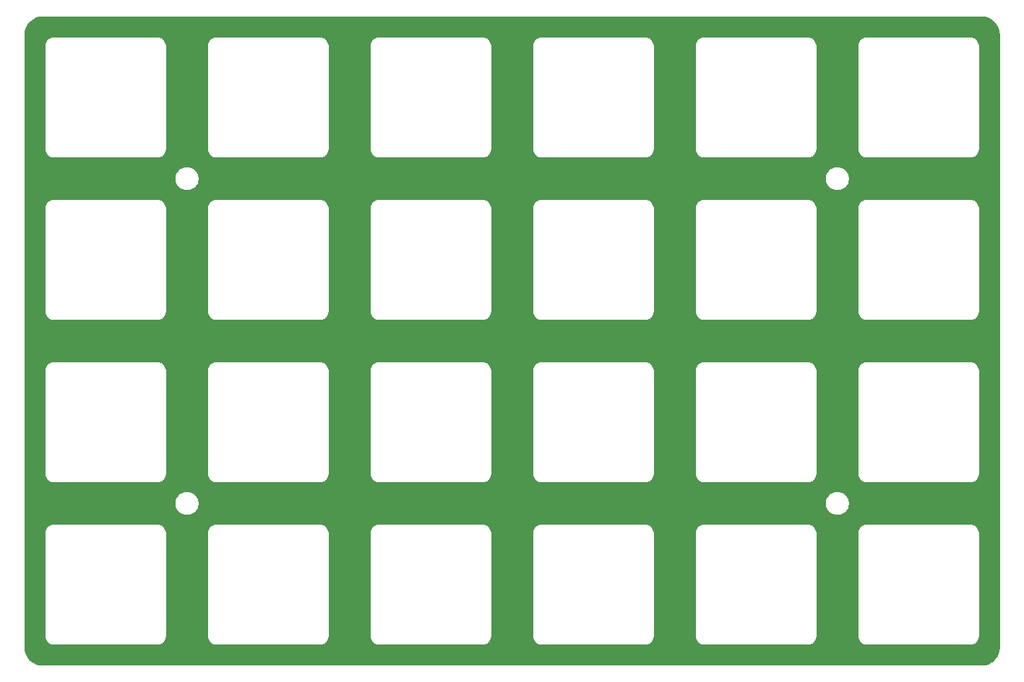
<source format=gbr>
%TF.GenerationSoftware,KiCad,Pcbnew,9.0.5-9.0.5~ubuntu24.04.1*%
%TF.CreationDate,2025-10-31T14:55:20+08:00*%
%TF.ProjectId,TPS,5450532e-6b69-4636-9164-5f7063625858,rev?*%
%TF.SameCoordinates,Original*%
%TF.FileFunction,Copper,L2,Bot*%
%TF.FilePolarity,Positive*%
%FSLAX46Y46*%
G04 Gerber Fmt 4.6, Leading zero omitted, Abs format (unit mm)*
G04 Created by KiCad (PCBNEW 9.0.5-9.0.5~ubuntu24.04.1) date 2025-10-31 14:55:20*
%MOMM*%
%LPD*%
G01*
G04 APERTURE LIST*
G04 APERTURE END LIST*
%TA.AperFunction,NonConductor*%
G36*
X200228412Y-29000636D02*
G01*
X200462177Y-29014774D01*
X200470848Y-29015606D01*
X200518829Y-29021923D01*
X200524925Y-29022882D01*
X200730182Y-29060495D01*
X200739867Y-29062676D01*
X200779674Y-29073342D01*
X200784411Y-29074714D01*
X200991349Y-29139196D01*
X201001910Y-29143020D01*
X201016406Y-29149024D01*
X201025572Y-29152820D01*
X201028964Y-29154285D01*
X201240018Y-29249272D01*
X201253248Y-29256215D01*
X201467730Y-29385873D01*
X201480044Y-29394373D01*
X201677319Y-29548927D01*
X201688527Y-29558856D01*
X201865735Y-29736062D01*
X201875665Y-29747271D01*
X202030211Y-29944534D01*
X202030217Y-29944541D01*
X202038723Y-29956864D01*
X202168369Y-30171326D01*
X202175327Y-30184585D01*
X202270299Y-30395603D01*
X202271787Y-30399046D01*
X202281572Y-30422672D01*
X202285394Y-30433230D01*
X202349876Y-30640162D01*
X202351266Y-30644958D01*
X202361911Y-30684685D01*
X202364105Y-30694427D01*
X202401710Y-30899631D01*
X202402680Y-30905799D01*
X202408988Y-30953718D01*
X202409823Y-30962415D01*
X202423950Y-31195959D01*
X202424176Y-31203446D01*
X202424176Y-102996158D01*
X202423950Y-103003646D01*
X202409809Y-103237387D01*
X202408974Y-103246084D01*
X202402662Y-103294029D01*
X202401692Y-103300196D01*
X202364089Y-103505382D01*
X202361894Y-103515125D01*
X202351242Y-103554877D01*
X202349853Y-103559673D01*
X202285383Y-103766562D01*
X202281558Y-103777125D01*
X202271749Y-103800805D01*
X202270264Y-103804242D01*
X202175310Y-104015220D01*
X202168351Y-104028480D01*
X202038704Y-104242938D01*
X202030198Y-104255261D01*
X201875647Y-104452528D01*
X201865717Y-104463736D01*
X201688506Y-104640944D01*
X201677298Y-104650873D01*
X201480034Y-104805417D01*
X201467711Y-104813923D01*
X201253248Y-104943569D01*
X201239988Y-104950528D01*
X201028995Y-105045484D01*
X201025558Y-105046969D01*
X201001908Y-105056765D01*
X200991345Y-105060590D01*
X200784411Y-105125070D01*
X200779617Y-105126458D01*
X200739899Y-105137101D01*
X200730155Y-105139296D01*
X200524953Y-105176899D01*
X200518785Y-105177869D01*
X200470864Y-105184177D01*
X200462167Y-105185012D01*
X200227832Y-105199185D01*
X200220346Y-105199411D01*
X90328428Y-105199411D01*
X90320940Y-105199185D01*
X90088646Y-105185131D01*
X90079947Y-105184296D01*
X90028561Y-105177530D01*
X90022396Y-105176560D01*
X89820463Y-105139554D01*
X89810721Y-105137360D01*
X89809754Y-105137101D01*
X89801994Y-105135021D01*
X89767270Y-105125717D01*
X89762473Y-105124327D01*
X89559092Y-105060949D01*
X89548532Y-105057125D01*
X89541320Y-105054138D01*
X89520720Y-105045605D01*
X89517284Y-105044120D01*
X89309365Y-104950542D01*
X89296107Y-104943584D01*
X89081644Y-104813935D01*
X89069320Y-104805428D01*
X88872050Y-104650875D01*
X88860843Y-104640946D01*
X88683645Y-104463748D01*
X88673715Y-104452540D01*
X88519162Y-104255267D01*
X88510660Y-104242950D01*
X88381002Y-104028470D01*
X88374058Y-104015239D01*
X88280426Y-103807196D01*
X88278988Y-103803867D01*
X88267471Y-103776062D01*
X88263654Y-103765521D01*
X88200262Y-103562089D01*
X88198872Y-103557293D01*
X88187239Y-103513878D01*
X88185045Y-103504136D01*
X88165464Y-103397285D01*
X88148032Y-103302164D01*
X88147068Y-103296038D01*
X88140299Y-103244628D01*
X88139469Y-103235976D01*
X88125401Y-103003427D01*
X88125176Y-102995950D01*
X88125176Y-89537397D01*
X90599195Y-89537397D01*
X90599195Y-89537398D01*
X90599198Y-89624933D01*
X90599198Y-101749730D01*
X90599210Y-101749789D01*
X90599210Y-101812425D01*
X90629607Y-101984823D01*
X90636273Y-102003137D01*
X90636273Y-102003139D01*
X90639518Y-102012056D01*
X90640288Y-102015925D01*
X90645552Y-102028635D01*
X90646485Y-102031197D01*
X90689477Y-102149322D01*
X90689481Y-102149330D01*
X90689482Y-102149332D01*
X90706921Y-102179539D01*
X90710940Y-102186499D01*
X90715499Y-102197506D01*
X90728699Y-102217262D01*
X90730732Y-102220783D01*
X90730735Y-102220787D01*
X90761730Y-102274474D01*
X90777012Y-102300943D01*
X90809836Y-102340062D01*
X90809969Y-102340220D01*
X90814321Y-102345407D01*
X90824690Y-102360925D01*
X90841170Y-102377405D01*
X90889540Y-102435051D01*
X90947185Y-102483421D01*
X90963665Y-102499901D01*
X90979172Y-102510261D01*
X91023642Y-102547577D01*
X91023650Y-102547583D01*
X91023652Y-102547584D01*
X91074450Y-102576912D01*
X91107331Y-102595896D01*
X91127083Y-102609095D01*
X91138081Y-102613650D01*
X91145117Y-102617713D01*
X91145121Y-102617715D01*
X91175250Y-102635110D01*
X91175253Y-102635111D01*
X91175256Y-102635113D01*
X91293410Y-102678118D01*
X91293409Y-102678118D01*
X91295946Y-102679041D01*
X91308663Y-102684309D01*
X91312534Y-102685079D01*
X91321310Y-102688273D01*
X91339762Y-102694989D01*
X91512166Y-102725389D01*
X91512168Y-102725389D01*
X103724912Y-102725389D01*
X103725078Y-102725355D01*
X103787186Y-102725358D01*
X103959590Y-102694966D01*
X103986688Y-102685103D01*
X103990696Y-102684308D01*
X104003861Y-102678854D01*
X104124098Y-102635096D01*
X104161124Y-102613719D01*
X104172282Y-102609099D01*
X104192315Y-102595712D01*
X104275709Y-102547568D01*
X104320017Y-102510390D01*
X104335706Y-102499909D01*
X104352363Y-102483250D01*
X104409818Y-102435043D01*
X104458032Y-102377584D01*
X104474686Y-102360933D01*
X104485163Y-102345251D01*
X104522348Y-102300938D01*
X104570498Y-102217540D01*
X104583882Y-102197513D01*
X104588499Y-102186362D01*
X104609881Y-102149330D01*
X104653645Y-102029089D01*
X104659097Y-102015930D01*
X104659892Y-102011925D01*
X104669757Y-101984824D01*
X104700155Y-101812421D01*
X104700154Y-101724889D01*
X104700154Y-101724389D01*
X104700154Y-89676270D01*
X104700160Y-89624933D01*
X104700167Y-89624933D01*
X104700170Y-89537399D01*
X104700170Y-89537397D01*
X109649195Y-89537397D01*
X109649195Y-89537398D01*
X109649198Y-89624933D01*
X109649198Y-101749730D01*
X109649210Y-101749789D01*
X109649210Y-101812425D01*
X109679607Y-101984823D01*
X109686273Y-102003137D01*
X109686273Y-102003139D01*
X109689518Y-102012056D01*
X109690288Y-102015925D01*
X109695552Y-102028635D01*
X109696485Y-102031197D01*
X109739477Y-102149322D01*
X109739481Y-102149330D01*
X109739482Y-102149332D01*
X109756921Y-102179539D01*
X109760940Y-102186499D01*
X109765499Y-102197506D01*
X109778699Y-102217262D01*
X109780732Y-102220783D01*
X109780735Y-102220787D01*
X109811730Y-102274474D01*
X109827012Y-102300943D01*
X109859836Y-102340062D01*
X109859969Y-102340220D01*
X109864321Y-102345407D01*
X109874690Y-102360925D01*
X109891170Y-102377405D01*
X109939540Y-102435051D01*
X109997185Y-102483421D01*
X110013665Y-102499901D01*
X110029172Y-102510261D01*
X110073642Y-102547577D01*
X110073650Y-102547583D01*
X110073652Y-102547584D01*
X110124450Y-102576912D01*
X110157331Y-102595896D01*
X110177083Y-102609095D01*
X110188081Y-102613650D01*
X110195117Y-102617713D01*
X110195121Y-102617715D01*
X110225250Y-102635110D01*
X110225253Y-102635111D01*
X110225256Y-102635113D01*
X110343410Y-102678118D01*
X110343409Y-102678118D01*
X110345946Y-102679041D01*
X110358663Y-102684309D01*
X110362534Y-102685079D01*
X110371310Y-102688273D01*
X110389762Y-102694989D01*
X110562166Y-102725389D01*
X110562168Y-102725389D01*
X122774912Y-102725389D01*
X122775078Y-102725355D01*
X122837186Y-102725358D01*
X123009590Y-102694966D01*
X123036688Y-102685103D01*
X123040696Y-102684308D01*
X123053861Y-102678854D01*
X123174098Y-102635096D01*
X123211124Y-102613719D01*
X123222282Y-102609099D01*
X123242315Y-102595712D01*
X123325709Y-102547568D01*
X123370017Y-102510390D01*
X123385706Y-102499909D01*
X123402363Y-102483250D01*
X123459818Y-102435043D01*
X123508032Y-102377584D01*
X123524686Y-102360933D01*
X123535163Y-102345251D01*
X123572348Y-102300938D01*
X123620498Y-102217540D01*
X123633882Y-102197513D01*
X123638499Y-102186362D01*
X123659881Y-102149330D01*
X123703645Y-102029089D01*
X123709097Y-102015930D01*
X123709892Y-102011925D01*
X123719757Y-101984824D01*
X123750155Y-101812421D01*
X123750154Y-101724889D01*
X123750154Y-101724389D01*
X123750154Y-89676270D01*
X123750160Y-89624933D01*
X123750167Y-89624933D01*
X123750170Y-89537399D01*
X123750170Y-89537397D01*
X128699195Y-89537397D01*
X128699195Y-89537398D01*
X128699198Y-89624933D01*
X128699198Y-101749730D01*
X128699210Y-101749789D01*
X128699210Y-101812425D01*
X128729607Y-101984823D01*
X128736273Y-102003137D01*
X128736273Y-102003139D01*
X128739518Y-102012056D01*
X128740288Y-102015925D01*
X128745552Y-102028635D01*
X128746485Y-102031197D01*
X128789477Y-102149322D01*
X128789481Y-102149330D01*
X128789482Y-102149332D01*
X128806921Y-102179539D01*
X128810940Y-102186499D01*
X128815499Y-102197506D01*
X128828699Y-102217262D01*
X128830732Y-102220783D01*
X128830735Y-102220787D01*
X128861730Y-102274474D01*
X128877012Y-102300943D01*
X128909836Y-102340062D01*
X128909969Y-102340220D01*
X128914321Y-102345407D01*
X128924690Y-102360925D01*
X128941170Y-102377405D01*
X128989540Y-102435051D01*
X129047185Y-102483421D01*
X129063665Y-102499901D01*
X129079172Y-102510261D01*
X129123642Y-102547577D01*
X129123650Y-102547583D01*
X129123652Y-102547584D01*
X129174450Y-102576912D01*
X129207331Y-102595896D01*
X129227083Y-102609095D01*
X129238081Y-102613650D01*
X129245117Y-102617713D01*
X129245121Y-102617715D01*
X129275250Y-102635110D01*
X129275253Y-102635111D01*
X129275256Y-102635113D01*
X129393410Y-102678118D01*
X129393409Y-102678118D01*
X129395946Y-102679041D01*
X129408663Y-102684309D01*
X129412534Y-102685079D01*
X129421310Y-102688273D01*
X129439762Y-102694989D01*
X129612166Y-102725389D01*
X129612168Y-102725389D01*
X141824912Y-102725389D01*
X141825078Y-102725355D01*
X141887186Y-102725358D01*
X142059590Y-102694966D01*
X142086688Y-102685103D01*
X142090696Y-102684308D01*
X142103861Y-102678854D01*
X142224098Y-102635096D01*
X142261124Y-102613719D01*
X142272282Y-102609099D01*
X142292315Y-102595712D01*
X142375709Y-102547568D01*
X142420017Y-102510390D01*
X142435706Y-102499909D01*
X142452363Y-102483250D01*
X142509818Y-102435043D01*
X142558032Y-102377584D01*
X142574686Y-102360933D01*
X142585163Y-102345251D01*
X142622348Y-102300938D01*
X142670498Y-102217540D01*
X142683882Y-102197513D01*
X142688499Y-102186362D01*
X142709881Y-102149330D01*
X142753645Y-102029089D01*
X142759097Y-102015930D01*
X142759892Y-102011925D01*
X142769757Y-101984824D01*
X142800155Y-101812421D01*
X142800154Y-101724889D01*
X142800154Y-101724389D01*
X142800154Y-89676270D01*
X142800160Y-89624933D01*
X142800167Y-89624933D01*
X142800170Y-89537399D01*
X142800170Y-89537397D01*
X147749195Y-89537397D01*
X147749195Y-89537398D01*
X147749198Y-89624933D01*
X147749198Y-101749730D01*
X147749210Y-101749789D01*
X147749210Y-101812425D01*
X147779607Y-101984824D01*
X147786305Y-102003228D01*
X147786304Y-102003228D01*
X147789548Y-102012141D01*
X147790300Y-102015921D01*
X147795442Y-102028335D01*
X147796365Y-102030871D01*
X147796377Y-102030901D01*
X147820375Y-102096836D01*
X147839481Y-102149330D01*
X147839485Y-102149339D01*
X147856925Y-102179546D01*
X147856926Y-102179547D01*
X147860991Y-102186588D01*
X147865511Y-102197500D01*
X147878600Y-102217090D01*
X147880633Y-102220611D01*
X147880633Y-102220614D01*
X147927006Y-102300935D01*
X147927006Y-102300936D01*
X147960044Y-102340311D01*
X147964401Y-102345504D01*
X147974700Y-102360917D01*
X147991076Y-102377293D01*
X148039540Y-102435051D01*
X148096964Y-102483236D01*
X148097296Y-102483514D01*
X148113673Y-102499891D01*
X148129083Y-102510187D01*
X148158994Y-102535285D01*
X148173631Y-102547568D01*
X148173646Y-102547580D01*
X148257492Y-102595989D01*
X148277089Y-102609083D01*
X148287998Y-102613602D01*
X148295016Y-102617654D01*
X148295034Y-102617664D01*
X148295033Y-102617664D01*
X148319085Y-102631550D01*
X148325256Y-102635113D01*
X148446235Y-102679146D01*
X148458666Y-102684296D01*
X148462450Y-102685048D01*
X148489699Y-102694966D01*
X148489765Y-102694990D01*
X148570225Y-102709177D01*
X148662166Y-102725389D01*
X148662168Y-102725389D01*
X160874912Y-102725389D01*
X160875078Y-102725355D01*
X160937186Y-102725358D01*
X161109590Y-102694966D01*
X161136902Y-102685026D01*
X161140686Y-102684274D01*
X161153095Y-102679132D01*
X161274098Y-102635096D01*
X161311360Y-102613583D01*
X161322266Y-102609068D01*
X161341860Y-102595975D01*
X161425709Y-102547568D01*
X161470270Y-102510177D01*
X161485684Y-102499881D01*
X161502052Y-102483511D01*
X161559818Y-102435043D01*
X161608282Y-102377286D01*
X161624659Y-102360911D01*
X161634959Y-102345495D01*
X161672348Y-102300938D01*
X161720759Y-102217088D01*
X161733852Y-102197497D01*
X161738371Y-102186585D01*
X161759881Y-102149330D01*
X161803920Y-102028335D01*
X161809064Y-102015920D01*
X161809815Y-102012139D01*
X161819757Y-101984824D01*
X161850155Y-101812421D01*
X161850154Y-101724889D01*
X161850154Y-101724389D01*
X161850154Y-89676270D01*
X161850160Y-89624933D01*
X161850167Y-89624933D01*
X161850170Y-89537399D01*
X161850170Y-89537397D01*
X166799195Y-89537397D01*
X166799195Y-89537398D01*
X166799198Y-89624933D01*
X166799198Y-101749730D01*
X166799210Y-101749789D01*
X166799210Y-101812425D01*
X166829607Y-101984823D01*
X166836273Y-102003137D01*
X166836273Y-102003139D01*
X166839518Y-102012056D01*
X166840288Y-102015925D01*
X166845552Y-102028635D01*
X166846485Y-102031197D01*
X166889477Y-102149322D01*
X166889481Y-102149330D01*
X166889482Y-102149332D01*
X166906921Y-102179539D01*
X166910940Y-102186499D01*
X166915499Y-102197506D01*
X166928699Y-102217262D01*
X166930732Y-102220783D01*
X166930735Y-102220787D01*
X166961730Y-102274474D01*
X166977012Y-102300943D01*
X167009836Y-102340062D01*
X167009969Y-102340220D01*
X167014321Y-102345407D01*
X167024690Y-102360925D01*
X167041170Y-102377405D01*
X167089540Y-102435051D01*
X167147185Y-102483421D01*
X167163665Y-102499901D01*
X167179172Y-102510261D01*
X167223642Y-102547577D01*
X167223650Y-102547583D01*
X167223652Y-102547584D01*
X167274450Y-102576912D01*
X167307331Y-102595896D01*
X167327083Y-102609095D01*
X167338081Y-102613650D01*
X167345117Y-102617713D01*
X167345121Y-102617715D01*
X167375250Y-102635110D01*
X167375253Y-102635111D01*
X167375256Y-102635113D01*
X167493410Y-102678118D01*
X167493409Y-102678118D01*
X167495946Y-102679041D01*
X167508663Y-102684309D01*
X167512534Y-102685079D01*
X167521310Y-102688273D01*
X167539762Y-102694989D01*
X167712166Y-102725389D01*
X167712168Y-102725389D01*
X179924912Y-102725389D01*
X179925078Y-102725355D01*
X179987186Y-102725358D01*
X180159590Y-102694966D01*
X180186688Y-102685103D01*
X180190696Y-102684308D01*
X180203861Y-102678854D01*
X180324098Y-102635096D01*
X180361124Y-102613719D01*
X180372282Y-102609099D01*
X180392315Y-102595712D01*
X180475709Y-102547568D01*
X180520017Y-102510390D01*
X180535706Y-102499909D01*
X180552363Y-102483250D01*
X180609818Y-102435043D01*
X180658032Y-102377584D01*
X180674686Y-102360933D01*
X180685163Y-102345251D01*
X180722348Y-102300938D01*
X180770498Y-102217540D01*
X180783882Y-102197513D01*
X180788499Y-102186362D01*
X180809881Y-102149330D01*
X180853645Y-102029089D01*
X180859097Y-102015930D01*
X180859892Y-102011925D01*
X180869757Y-101984824D01*
X180900155Y-101812421D01*
X180900154Y-101724889D01*
X180900154Y-101724389D01*
X180900154Y-89676270D01*
X180900160Y-89624933D01*
X180900167Y-89624933D01*
X180900170Y-89537399D01*
X180900170Y-89537397D01*
X185849195Y-89537397D01*
X185849195Y-89537398D01*
X185849198Y-89624933D01*
X185849198Y-101749730D01*
X185849210Y-101749789D01*
X185849210Y-101812425D01*
X185879607Y-101984824D01*
X185886305Y-102003228D01*
X185886304Y-102003228D01*
X185889548Y-102012141D01*
X185890300Y-102015921D01*
X185895442Y-102028335D01*
X185896365Y-102030871D01*
X185896377Y-102030901D01*
X185920375Y-102096836D01*
X185939481Y-102149330D01*
X185939485Y-102149339D01*
X185956925Y-102179546D01*
X185956926Y-102179547D01*
X185960991Y-102186588D01*
X185965511Y-102197500D01*
X185978600Y-102217090D01*
X185980633Y-102220611D01*
X185980633Y-102220614D01*
X186027006Y-102300935D01*
X186027006Y-102300936D01*
X186060044Y-102340311D01*
X186064401Y-102345504D01*
X186074700Y-102360917D01*
X186091076Y-102377293D01*
X186139540Y-102435051D01*
X186196964Y-102483236D01*
X186197296Y-102483514D01*
X186213673Y-102499891D01*
X186229083Y-102510187D01*
X186258994Y-102535285D01*
X186273631Y-102547568D01*
X186273646Y-102547580D01*
X186357492Y-102595989D01*
X186377089Y-102609083D01*
X186387998Y-102613602D01*
X186395016Y-102617654D01*
X186395034Y-102617664D01*
X186395033Y-102617664D01*
X186419085Y-102631550D01*
X186425256Y-102635113D01*
X186546235Y-102679146D01*
X186558666Y-102684296D01*
X186562450Y-102685048D01*
X186589699Y-102694966D01*
X186589765Y-102694990D01*
X186670225Y-102709177D01*
X186762166Y-102725389D01*
X186762168Y-102725389D01*
X198974912Y-102725389D01*
X198975078Y-102725355D01*
X199037186Y-102725358D01*
X199209590Y-102694966D01*
X199236902Y-102685026D01*
X199240686Y-102684274D01*
X199253095Y-102679132D01*
X199374098Y-102635096D01*
X199411360Y-102613583D01*
X199422266Y-102609068D01*
X199441860Y-102595975D01*
X199525709Y-102547568D01*
X199570270Y-102510177D01*
X199585684Y-102499881D01*
X199602052Y-102483511D01*
X199659818Y-102435043D01*
X199708282Y-102377286D01*
X199724659Y-102360911D01*
X199734959Y-102345495D01*
X199772348Y-102300938D01*
X199820759Y-102217088D01*
X199833852Y-102197497D01*
X199838371Y-102186585D01*
X199859881Y-102149330D01*
X199903920Y-102028335D01*
X199909064Y-102015920D01*
X199909815Y-102012139D01*
X199919757Y-101984824D01*
X199950155Y-101812421D01*
X199950154Y-101724889D01*
X199950154Y-101724389D01*
X199950154Y-89676308D01*
X199950165Y-89676270D01*
X199950166Y-89624933D01*
X199950167Y-89624933D01*
X199950170Y-89537399D01*
X199919774Y-89364990D01*
X199919773Y-89364987D01*
X199919773Y-89364985D01*
X199913084Y-89346609D01*
X199909834Y-89337679D01*
X199909082Y-89333894D01*
X199903932Y-89321462D01*
X199859900Y-89200479D01*
X199842405Y-89170177D01*
X199841782Y-89169097D01*
X199838385Y-89163213D01*
X199833870Y-89152311D01*
X199820783Y-89132726D01*
X199772369Y-89048868D01*
X199772368Y-89048866D01*
X199739325Y-89009487D01*
X199739325Y-89009488D01*
X199734970Y-89004297D01*
X199724677Y-88988891D01*
X199708306Y-88972521D01*
X199659835Y-88914756D01*
X199606217Y-88869766D01*
X199602073Y-88866288D01*
X199585699Y-88849915D01*
X199570287Y-88839617D01*
X199565106Y-88835270D01*
X199565101Y-88835266D01*
X199548487Y-88821326D01*
X199525724Y-88802226D01*
X199525721Y-88802224D01*
X199525720Y-88802223D01*
X199445397Y-88755851D01*
X199441874Y-88753817D01*
X199422278Y-88740724D01*
X199411368Y-88736205D01*
X199404325Y-88732139D01*
X199404323Y-88732137D01*
X199374116Y-88714698D01*
X199374111Y-88714696D01*
X199374109Y-88714695D01*
X199333034Y-88699746D01*
X199255676Y-88671592D01*
X199255676Y-88671591D01*
X199253102Y-88670654D01*
X199240694Y-88665515D01*
X199236916Y-88664763D01*
X199228012Y-88661523D01*
X199228007Y-88661522D01*
X199209596Y-88654822D01*
X199037189Y-88624429D01*
X199037188Y-88624429D01*
X198993421Y-88624431D01*
X198949653Y-88624433D01*
X186901095Y-88624433D01*
X186900976Y-88624398D01*
X186849698Y-88624398D01*
X186762164Y-88624398D01*
X186762163Y-88624398D01*
X186589751Y-88654799D01*
X186571343Y-88661499D01*
X186562430Y-88664742D01*
X186558659Y-88665493D01*
X186546272Y-88670623D01*
X186543700Y-88671560D01*
X186543686Y-88671566D01*
X186425250Y-88714675D01*
X186425239Y-88714681D01*
X186395028Y-88732121D01*
X186395029Y-88732122D01*
X186387981Y-88736190D01*
X186377076Y-88740708D01*
X186357499Y-88753789D01*
X186353968Y-88755828D01*
X186353956Y-88755837D01*
X186273632Y-88802214D01*
X186234254Y-88835255D01*
X186234253Y-88835254D01*
X186229049Y-88839619D01*
X186213658Y-88849905D01*
X186197308Y-88866254D01*
X186193141Y-88869752D01*
X186193135Y-88869759D01*
X186139521Y-88914749D01*
X186094540Y-88968356D01*
X186094541Y-88968357D01*
X186091055Y-88972511D01*
X186074682Y-88988885D01*
X186064384Y-89004297D01*
X186060029Y-89009488D01*
X186060027Y-89009488D01*
X186026997Y-89048856D01*
X186026992Y-89048864D01*
X185980617Y-89129186D01*
X185980618Y-89129187D01*
X185978574Y-89132726D01*
X185965492Y-89152307D01*
X185960974Y-89163213D01*
X185956909Y-89170256D01*
X185956908Y-89170258D01*
X185939464Y-89200474D01*
X185896359Y-89318907D01*
X185895420Y-89321486D01*
X185890282Y-89333892D01*
X185889531Y-89337667D01*
X185886287Y-89346581D01*
X185886287Y-89346585D01*
X185879590Y-89364988D01*
X185849195Y-89537397D01*
X180900170Y-89537397D01*
X180869774Y-89364990D01*
X180863083Y-89346605D01*
X180863049Y-89346512D01*
X180863048Y-89346511D01*
X180859803Y-89337595D01*
X180859069Y-89333898D01*
X180854037Y-89321750D01*
X180809900Y-89200479D01*
X180788338Y-89163132D01*
X180783859Y-89152317D01*
X180770882Y-89132896D01*
X180768852Y-89129379D01*
X180768844Y-89129367D01*
X180722369Y-89048868D01*
X180722368Y-89048867D01*
X180722367Y-89048865D01*
X180684898Y-89004212D01*
X180674667Y-88988899D01*
X180658400Y-88972633D01*
X180643767Y-88955194D01*
X180609840Y-88914761D01*
X180609837Y-88914758D01*
X180609835Y-88914756D01*
X180551961Y-88866195D01*
X180535691Y-88849925D01*
X180520370Y-88839688D01*
X180520288Y-88839619D01*
X180501903Y-88824192D01*
X180475726Y-88802227D01*
X180475723Y-88802225D01*
X180418397Y-88769129D01*
X180391714Y-88753725D01*
X180372272Y-88740735D01*
X180361448Y-88736252D01*
X180354411Y-88732189D01*
X180354409Y-88732187D01*
X180324118Y-88714699D01*
X180324119Y-88714699D01*
X180324110Y-88714695D01*
X180324109Y-88714695D01*
X180288978Y-88701909D01*
X180205393Y-88671489D01*
X180205393Y-88671488D01*
X180202833Y-88670556D01*
X180190690Y-88665527D01*
X180186990Y-88664791D01*
X180178086Y-88661551D01*
X180178079Y-88661549D01*
X180159594Y-88654822D01*
X179987189Y-88624429D01*
X179987188Y-88624429D01*
X179943421Y-88624431D01*
X179899653Y-88624433D01*
X167851095Y-88624433D01*
X167850976Y-88624398D01*
X167799698Y-88624398D01*
X167712164Y-88624398D01*
X167712163Y-88624398D01*
X167539752Y-88654799D01*
X167521136Y-88661575D01*
X167512220Y-88664819D01*
X167508669Y-88665526D01*
X167497018Y-88670351D01*
X167494438Y-88671291D01*
X167494420Y-88671299D01*
X167375249Y-88714675D01*
X167375237Y-88714681D01*
X167344798Y-88732254D01*
X167344799Y-88732255D01*
X167337751Y-88736323D01*
X167327093Y-88740739D01*
X167307945Y-88753533D01*
X167304420Y-88755569D01*
X167223631Y-88802214D01*
X167223629Y-88802215D01*
X167184009Y-88835459D01*
X167184010Y-88835460D01*
X167178818Y-88839816D01*
X167163680Y-88849932D01*
X167147593Y-88866018D01*
X167143444Y-88869501D01*
X167143441Y-88869501D01*
X167089523Y-88914747D01*
X167044283Y-88968661D01*
X167044284Y-88968662D01*
X167040792Y-88972822D01*
X167024709Y-88988907D01*
X167014593Y-89004046D01*
X167010240Y-89009235D01*
X167010236Y-89009241D01*
X166976992Y-89048862D01*
X166930352Y-89129650D01*
X166930351Y-89129649D01*
X166928303Y-89133195D01*
X166915523Y-89152324D01*
X166911111Y-89162975D01*
X166907048Y-89170014D01*
X166907043Y-89170026D01*
X166889462Y-89200478D01*
X166889458Y-89200487D01*
X166846083Y-89319665D01*
X166845142Y-89322248D01*
X166840316Y-89333902D01*
X166839610Y-89337448D01*
X166836368Y-89346358D01*
X166836368Y-89346362D01*
X166829591Y-89364983D01*
X166829589Y-89364992D01*
X166799195Y-89537397D01*
X161850170Y-89537397D01*
X161819774Y-89364990D01*
X161819773Y-89364987D01*
X161819773Y-89364985D01*
X161813084Y-89346609D01*
X161809834Y-89337679D01*
X161809082Y-89333894D01*
X161803932Y-89321462D01*
X161759900Y-89200479D01*
X161742405Y-89170177D01*
X161741782Y-89169097D01*
X161738385Y-89163213D01*
X161733870Y-89152311D01*
X161720783Y-89132726D01*
X161672369Y-89048868D01*
X161672368Y-89048866D01*
X161639325Y-89009487D01*
X161639325Y-89009488D01*
X161634970Y-89004297D01*
X161624677Y-88988891D01*
X161608306Y-88972521D01*
X161559835Y-88914756D01*
X161506217Y-88869766D01*
X161502073Y-88866288D01*
X161485699Y-88849915D01*
X161470287Y-88839617D01*
X161465106Y-88835270D01*
X161465101Y-88835266D01*
X161448487Y-88821326D01*
X161425724Y-88802226D01*
X161425721Y-88802224D01*
X161425720Y-88802223D01*
X161345397Y-88755851D01*
X161341874Y-88753817D01*
X161322278Y-88740724D01*
X161311368Y-88736205D01*
X161304325Y-88732139D01*
X161304323Y-88732137D01*
X161274116Y-88714698D01*
X161274111Y-88714696D01*
X161274109Y-88714695D01*
X161233034Y-88699746D01*
X161155676Y-88671592D01*
X161155676Y-88671591D01*
X161153102Y-88670654D01*
X161140694Y-88665515D01*
X161136916Y-88664763D01*
X161128012Y-88661523D01*
X161128007Y-88661522D01*
X161109596Y-88654822D01*
X160937189Y-88624429D01*
X160937188Y-88624429D01*
X160893421Y-88624431D01*
X160849653Y-88624433D01*
X148801095Y-88624433D01*
X148800976Y-88624398D01*
X148749698Y-88624398D01*
X148662164Y-88624398D01*
X148662163Y-88624398D01*
X148489751Y-88654799D01*
X148471343Y-88661499D01*
X148462430Y-88664742D01*
X148458659Y-88665493D01*
X148446272Y-88670623D01*
X148443700Y-88671560D01*
X148443686Y-88671566D01*
X148325250Y-88714675D01*
X148325239Y-88714681D01*
X148295028Y-88732121D01*
X148295029Y-88732122D01*
X148287981Y-88736190D01*
X148277076Y-88740708D01*
X148257499Y-88753789D01*
X148253968Y-88755828D01*
X148253956Y-88755837D01*
X148173632Y-88802214D01*
X148134254Y-88835255D01*
X148134253Y-88835254D01*
X148129049Y-88839619D01*
X148113658Y-88849905D01*
X148097308Y-88866254D01*
X148093141Y-88869752D01*
X148093135Y-88869759D01*
X148039521Y-88914749D01*
X147994540Y-88968356D01*
X147994541Y-88968357D01*
X147991055Y-88972511D01*
X147974682Y-88988885D01*
X147964384Y-89004297D01*
X147960029Y-89009488D01*
X147960027Y-89009488D01*
X147926997Y-89048856D01*
X147926992Y-89048864D01*
X147880617Y-89129186D01*
X147880618Y-89129187D01*
X147878574Y-89132726D01*
X147865492Y-89152307D01*
X147860974Y-89163213D01*
X147856909Y-89170256D01*
X147856908Y-89170258D01*
X147839464Y-89200474D01*
X147796359Y-89318907D01*
X147795420Y-89321486D01*
X147790282Y-89333892D01*
X147789531Y-89337667D01*
X147786287Y-89346581D01*
X147786287Y-89346585D01*
X147779590Y-89364988D01*
X147749195Y-89537397D01*
X142800170Y-89537397D01*
X142769774Y-89364990D01*
X142763083Y-89346605D01*
X142763049Y-89346512D01*
X142763048Y-89346511D01*
X142759803Y-89337595D01*
X142759069Y-89333898D01*
X142754037Y-89321750D01*
X142709900Y-89200479D01*
X142688338Y-89163132D01*
X142683859Y-89152317D01*
X142670882Y-89132896D01*
X142668852Y-89129379D01*
X142668844Y-89129367D01*
X142622369Y-89048868D01*
X142622368Y-89048867D01*
X142622367Y-89048865D01*
X142584898Y-89004212D01*
X142574667Y-88988899D01*
X142558400Y-88972633D01*
X142543767Y-88955194D01*
X142509840Y-88914761D01*
X142509837Y-88914758D01*
X142509835Y-88914756D01*
X142451961Y-88866195D01*
X142435691Y-88849925D01*
X142420370Y-88839688D01*
X142420288Y-88839619D01*
X142401903Y-88824192D01*
X142375726Y-88802227D01*
X142375723Y-88802225D01*
X142318397Y-88769129D01*
X142291714Y-88753725D01*
X142272272Y-88740735D01*
X142261448Y-88736252D01*
X142254411Y-88732189D01*
X142254409Y-88732187D01*
X142224118Y-88714699D01*
X142224119Y-88714699D01*
X142224110Y-88714695D01*
X142224109Y-88714695D01*
X142188978Y-88701909D01*
X142105393Y-88671489D01*
X142105393Y-88671488D01*
X142102833Y-88670556D01*
X142090690Y-88665527D01*
X142086990Y-88664791D01*
X142078086Y-88661551D01*
X142078079Y-88661549D01*
X142059594Y-88654822D01*
X141887189Y-88624429D01*
X141887188Y-88624429D01*
X141843421Y-88624431D01*
X141799653Y-88624433D01*
X129751095Y-88624433D01*
X129750976Y-88624398D01*
X129699698Y-88624398D01*
X129612164Y-88624398D01*
X129612163Y-88624398D01*
X129439752Y-88654799D01*
X129421136Y-88661575D01*
X129412220Y-88664819D01*
X129408669Y-88665526D01*
X129397018Y-88670351D01*
X129394438Y-88671291D01*
X129394420Y-88671299D01*
X129275249Y-88714675D01*
X129275237Y-88714681D01*
X129244798Y-88732254D01*
X129244799Y-88732255D01*
X129237751Y-88736323D01*
X129227093Y-88740739D01*
X129207945Y-88753533D01*
X129204420Y-88755569D01*
X129123631Y-88802214D01*
X129123629Y-88802215D01*
X129084009Y-88835459D01*
X129084010Y-88835460D01*
X129078818Y-88839816D01*
X129063680Y-88849932D01*
X129047593Y-88866018D01*
X129043444Y-88869501D01*
X129043441Y-88869501D01*
X128989523Y-88914747D01*
X128944283Y-88968661D01*
X128944284Y-88968662D01*
X128940792Y-88972822D01*
X128924709Y-88988907D01*
X128914593Y-89004046D01*
X128910240Y-89009235D01*
X128910236Y-89009241D01*
X128876992Y-89048862D01*
X128830352Y-89129650D01*
X128830351Y-89129649D01*
X128828303Y-89133195D01*
X128815523Y-89152324D01*
X128811111Y-89162975D01*
X128807048Y-89170014D01*
X128807043Y-89170026D01*
X128789462Y-89200478D01*
X128789458Y-89200487D01*
X128746083Y-89319665D01*
X128745142Y-89322248D01*
X128740316Y-89333902D01*
X128739610Y-89337448D01*
X128736368Y-89346358D01*
X128736368Y-89346362D01*
X128729591Y-89364983D01*
X128729589Y-89364992D01*
X128699195Y-89537397D01*
X123750170Y-89537397D01*
X123719774Y-89364990D01*
X123713083Y-89346605D01*
X123713049Y-89346512D01*
X123713048Y-89346511D01*
X123709803Y-89337595D01*
X123709069Y-89333898D01*
X123704037Y-89321750D01*
X123659900Y-89200479D01*
X123638338Y-89163132D01*
X123633859Y-89152317D01*
X123620882Y-89132896D01*
X123618852Y-89129379D01*
X123618844Y-89129367D01*
X123572369Y-89048868D01*
X123572368Y-89048867D01*
X123572367Y-89048865D01*
X123534898Y-89004212D01*
X123524667Y-88988899D01*
X123508400Y-88972633D01*
X123493767Y-88955194D01*
X123459840Y-88914761D01*
X123459837Y-88914758D01*
X123459835Y-88914756D01*
X123401961Y-88866195D01*
X123385691Y-88849925D01*
X123370370Y-88839688D01*
X123370288Y-88839619D01*
X123351903Y-88824192D01*
X123325726Y-88802227D01*
X123325723Y-88802225D01*
X123268397Y-88769129D01*
X123241714Y-88753725D01*
X123222272Y-88740735D01*
X123211448Y-88736252D01*
X123204411Y-88732189D01*
X123204409Y-88732187D01*
X123174118Y-88714699D01*
X123174119Y-88714699D01*
X123174110Y-88714695D01*
X123174109Y-88714695D01*
X123138978Y-88701909D01*
X123055393Y-88671489D01*
X123055393Y-88671488D01*
X123052833Y-88670556D01*
X123040690Y-88665527D01*
X123036990Y-88664791D01*
X123028086Y-88661551D01*
X123028079Y-88661549D01*
X123009594Y-88654822D01*
X122837189Y-88624429D01*
X122837188Y-88624429D01*
X122793421Y-88624431D01*
X122749653Y-88624433D01*
X110701095Y-88624433D01*
X110700976Y-88624398D01*
X110649698Y-88624398D01*
X110562164Y-88624398D01*
X110562163Y-88624398D01*
X110389752Y-88654799D01*
X110371136Y-88661575D01*
X110362220Y-88664819D01*
X110358669Y-88665526D01*
X110347018Y-88670351D01*
X110344438Y-88671291D01*
X110344420Y-88671299D01*
X110225249Y-88714675D01*
X110225237Y-88714681D01*
X110194798Y-88732254D01*
X110194799Y-88732255D01*
X110187751Y-88736323D01*
X110177093Y-88740739D01*
X110157945Y-88753533D01*
X110154420Y-88755569D01*
X110073631Y-88802214D01*
X110073629Y-88802215D01*
X110034009Y-88835459D01*
X110034010Y-88835460D01*
X110028818Y-88839816D01*
X110013680Y-88849932D01*
X109997593Y-88866018D01*
X109993444Y-88869501D01*
X109993441Y-88869501D01*
X109939523Y-88914747D01*
X109894283Y-88968661D01*
X109894284Y-88968662D01*
X109890792Y-88972822D01*
X109874709Y-88988907D01*
X109864593Y-89004046D01*
X109860240Y-89009235D01*
X109860236Y-89009241D01*
X109826992Y-89048862D01*
X109780352Y-89129650D01*
X109780351Y-89129649D01*
X109778303Y-89133195D01*
X109765523Y-89152324D01*
X109761111Y-89162975D01*
X109757048Y-89170014D01*
X109757043Y-89170026D01*
X109739462Y-89200478D01*
X109739458Y-89200487D01*
X109696083Y-89319665D01*
X109695142Y-89322248D01*
X109690316Y-89333902D01*
X109689610Y-89337448D01*
X109686368Y-89346358D01*
X109686368Y-89346362D01*
X109679591Y-89364983D01*
X109679589Y-89364992D01*
X109649195Y-89537397D01*
X104700170Y-89537397D01*
X104669774Y-89364990D01*
X104663083Y-89346605D01*
X104663049Y-89346512D01*
X104663048Y-89346511D01*
X104659803Y-89337595D01*
X104659069Y-89333898D01*
X104654037Y-89321750D01*
X104609900Y-89200479D01*
X104588338Y-89163132D01*
X104583859Y-89152317D01*
X104570882Y-89132896D01*
X104568852Y-89129379D01*
X104568844Y-89129367D01*
X104522369Y-89048868D01*
X104522368Y-89048867D01*
X104522367Y-89048865D01*
X104484898Y-89004212D01*
X104474667Y-88988899D01*
X104458400Y-88972633D01*
X104443767Y-88955194D01*
X104409840Y-88914761D01*
X104409837Y-88914758D01*
X104409835Y-88914756D01*
X104351961Y-88866195D01*
X104335691Y-88849925D01*
X104320370Y-88839688D01*
X104320288Y-88839619D01*
X104301903Y-88824192D01*
X104275726Y-88802227D01*
X104275723Y-88802225D01*
X104218397Y-88769129D01*
X104191714Y-88753725D01*
X104172272Y-88740735D01*
X104161448Y-88736252D01*
X104154411Y-88732189D01*
X104154409Y-88732187D01*
X104124118Y-88714699D01*
X104124119Y-88714699D01*
X104124110Y-88714695D01*
X104124109Y-88714695D01*
X104088978Y-88701909D01*
X104005393Y-88671489D01*
X104005393Y-88671488D01*
X104002833Y-88670556D01*
X103990690Y-88665527D01*
X103986990Y-88664791D01*
X103978086Y-88661551D01*
X103978079Y-88661549D01*
X103959594Y-88654822D01*
X103787189Y-88624429D01*
X103787188Y-88624429D01*
X103743421Y-88624431D01*
X103699653Y-88624433D01*
X91651095Y-88624433D01*
X91650976Y-88624398D01*
X91599698Y-88624398D01*
X91512164Y-88624398D01*
X91512163Y-88624398D01*
X91339752Y-88654799D01*
X91321136Y-88661575D01*
X91312220Y-88664819D01*
X91308669Y-88665526D01*
X91297018Y-88670351D01*
X91294438Y-88671291D01*
X91294420Y-88671299D01*
X91175249Y-88714675D01*
X91175237Y-88714681D01*
X91144798Y-88732254D01*
X91144799Y-88732255D01*
X91137751Y-88736323D01*
X91127093Y-88740739D01*
X91107945Y-88753533D01*
X91104420Y-88755569D01*
X91023631Y-88802214D01*
X91023629Y-88802215D01*
X90984009Y-88835459D01*
X90984010Y-88835460D01*
X90978818Y-88839816D01*
X90963680Y-88849932D01*
X90947593Y-88866018D01*
X90943444Y-88869501D01*
X90943441Y-88869501D01*
X90889523Y-88914747D01*
X90844283Y-88968661D01*
X90844284Y-88968662D01*
X90840792Y-88972822D01*
X90824709Y-88988907D01*
X90814593Y-89004046D01*
X90810240Y-89009235D01*
X90810236Y-89009241D01*
X90776992Y-89048862D01*
X90730352Y-89129650D01*
X90730351Y-89129649D01*
X90728303Y-89133195D01*
X90715523Y-89152324D01*
X90711111Y-89162975D01*
X90707048Y-89170014D01*
X90707043Y-89170026D01*
X90689462Y-89200478D01*
X90689458Y-89200487D01*
X90646083Y-89319665D01*
X90645142Y-89322248D01*
X90640316Y-89333902D01*
X90639610Y-89337448D01*
X90636368Y-89346358D01*
X90636368Y-89346362D01*
X90629591Y-89364983D01*
X90629589Y-89364992D01*
X90599195Y-89537397D01*
X88125176Y-89537397D01*
X88125176Y-86043713D01*
X105824500Y-86043713D01*
X105824500Y-86256286D01*
X105857753Y-86466239D01*
X105923444Y-86668414D01*
X106019951Y-86857820D01*
X106144890Y-87029786D01*
X106295213Y-87180109D01*
X106467179Y-87305048D01*
X106467181Y-87305049D01*
X106467184Y-87305051D01*
X106656588Y-87401557D01*
X106858757Y-87467246D01*
X107068713Y-87500500D01*
X107068714Y-87500500D01*
X107281286Y-87500500D01*
X107281287Y-87500500D01*
X107491243Y-87467246D01*
X107693412Y-87401557D01*
X107882816Y-87305051D01*
X107904789Y-87289086D01*
X108054786Y-87180109D01*
X108054788Y-87180106D01*
X108054792Y-87180104D01*
X108205104Y-87029792D01*
X108205106Y-87029788D01*
X108205109Y-87029786D01*
X108330048Y-86857820D01*
X108330047Y-86857820D01*
X108330051Y-86857816D01*
X108426557Y-86668412D01*
X108492246Y-86466243D01*
X108525500Y-86256287D01*
X108525500Y-86043713D01*
X182024500Y-86043713D01*
X182024500Y-86256286D01*
X182057753Y-86466239D01*
X182123444Y-86668414D01*
X182219951Y-86857820D01*
X182344890Y-87029786D01*
X182495213Y-87180109D01*
X182667179Y-87305048D01*
X182667181Y-87305049D01*
X182667184Y-87305051D01*
X182856588Y-87401557D01*
X183058757Y-87467246D01*
X183268713Y-87500500D01*
X183268714Y-87500500D01*
X183481286Y-87500500D01*
X183481287Y-87500500D01*
X183691243Y-87467246D01*
X183893412Y-87401557D01*
X184082816Y-87305051D01*
X184104789Y-87289086D01*
X184254786Y-87180109D01*
X184254788Y-87180106D01*
X184254792Y-87180104D01*
X184405104Y-87029792D01*
X184405106Y-87029788D01*
X184405109Y-87029786D01*
X184530048Y-86857820D01*
X184530047Y-86857820D01*
X184530051Y-86857816D01*
X184626557Y-86668412D01*
X184692246Y-86466243D01*
X184725500Y-86256287D01*
X184725500Y-86043713D01*
X184692246Y-85833757D01*
X184626557Y-85631588D01*
X184530051Y-85442184D01*
X184530049Y-85442181D01*
X184530048Y-85442179D01*
X184405109Y-85270213D01*
X184254786Y-85119890D01*
X184082820Y-84994951D01*
X183893414Y-84898444D01*
X183893413Y-84898443D01*
X183893412Y-84898443D01*
X183691243Y-84832754D01*
X183691241Y-84832753D01*
X183691240Y-84832753D01*
X183529957Y-84807208D01*
X183481287Y-84799500D01*
X183268713Y-84799500D01*
X183220042Y-84807208D01*
X183058760Y-84832753D01*
X182856585Y-84898444D01*
X182667179Y-84994951D01*
X182495213Y-85119890D01*
X182344890Y-85270213D01*
X182219951Y-85442179D01*
X182123444Y-85631585D01*
X182057753Y-85833760D01*
X182024500Y-86043713D01*
X108525500Y-86043713D01*
X108492246Y-85833757D01*
X108426557Y-85631588D01*
X108330051Y-85442184D01*
X108330049Y-85442181D01*
X108330048Y-85442179D01*
X108205109Y-85270213D01*
X108054786Y-85119890D01*
X107882820Y-84994951D01*
X107693414Y-84898444D01*
X107693413Y-84898443D01*
X107693412Y-84898443D01*
X107491243Y-84832754D01*
X107491241Y-84832753D01*
X107491240Y-84832753D01*
X107329957Y-84807208D01*
X107281287Y-84799500D01*
X107068713Y-84799500D01*
X107020042Y-84807208D01*
X106858760Y-84832753D01*
X106656585Y-84898444D01*
X106467179Y-84994951D01*
X106295213Y-85119890D01*
X106144890Y-85270213D01*
X106019951Y-85442179D01*
X105923444Y-85631585D01*
X105857753Y-85833760D01*
X105824500Y-86043713D01*
X88125176Y-86043713D01*
X88125176Y-70487397D01*
X90599195Y-70487397D01*
X90599195Y-70487398D01*
X90599198Y-70574933D01*
X90599198Y-82699730D01*
X90599210Y-82699789D01*
X90599210Y-82762425D01*
X90629607Y-82934823D01*
X90636273Y-82953137D01*
X90636273Y-82953139D01*
X90639518Y-82962056D01*
X90640288Y-82965925D01*
X90645552Y-82978635D01*
X90646485Y-82981197D01*
X90689477Y-83099322D01*
X90689481Y-83099330D01*
X90689482Y-83099332D01*
X90706921Y-83129539D01*
X90710940Y-83136499D01*
X90715499Y-83147506D01*
X90728699Y-83167262D01*
X90730732Y-83170783D01*
X90730735Y-83170787D01*
X90761730Y-83224474D01*
X90777012Y-83250943D01*
X90809836Y-83290062D01*
X90809969Y-83290220D01*
X90814321Y-83295407D01*
X90824690Y-83310925D01*
X90841170Y-83327405D01*
X90889540Y-83385051D01*
X90947185Y-83433421D01*
X90963665Y-83449901D01*
X90979172Y-83460261D01*
X91023642Y-83497577D01*
X91023650Y-83497583D01*
X91023652Y-83497584D01*
X91074450Y-83526912D01*
X91107331Y-83545896D01*
X91127083Y-83559095D01*
X91138081Y-83563650D01*
X91145117Y-83567713D01*
X91145121Y-83567715D01*
X91175250Y-83585110D01*
X91175253Y-83585111D01*
X91175256Y-83585113D01*
X91293410Y-83628118D01*
X91293409Y-83628118D01*
X91295946Y-83629041D01*
X91308663Y-83634309D01*
X91312534Y-83635079D01*
X91321310Y-83638273D01*
X91339762Y-83644989D01*
X91512166Y-83675389D01*
X91512168Y-83675389D01*
X103724912Y-83675389D01*
X103725078Y-83675355D01*
X103787186Y-83675358D01*
X103959590Y-83644966D01*
X103986688Y-83635103D01*
X103990696Y-83634308D01*
X104003861Y-83628854D01*
X104124098Y-83585096D01*
X104161124Y-83563719D01*
X104172282Y-83559099D01*
X104192315Y-83545712D01*
X104275709Y-83497568D01*
X104320017Y-83460390D01*
X104335706Y-83449909D01*
X104352363Y-83433250D01*
X104409818Y-83385043D01*
X104458032Y-83327584D01*
X104474686Y-83310933D01*
X104485163Y-83295251D01*
X104522348Y-83250938D01*
X104570498Y-83167540D01*
X104583882Y-83147513D01*
X104588499Y-83136362D01*
X104609881Y-83099330D01*
X104653645Y-82979089D01*
X104659097Y-82965930D01*
X104659892Y-82961925D01*
X104669757Y-82934824D01*
X104700155Y-82762421D01*
X104700154Y-82674889D01*
X104700154Y-82674389D01*
X104700154Y-70626270D01*
X104700160Y-70574933D01*
X104700167Y-70574933D01*
X104700170Y-70487399D01*
X104700170Y-70487397D01*
X109649195Y-70487397D01*
X109649195Y-70487398D01*
X109649198Y-70574933D01*
X109649198Y-82699730D01*
X109649210Y-82699789D01*
X109649210Y-82762425D01*
X109679607Y-82934823D01*
X109686273Y-82953137D01*
X109686273Y-82953139D01*
X109689518Y-82962056D01*
X109690288Y-82965925D01*
X109695552Y-82978635D01*
X109696485Y-82981197D01*
X109739477Y-83099322D01*
X109739481Y-83099330D01*
X109739482Y-83099332D01*
X109756921Y-83129539D01*
X109760940Y-83136499D01*
X109765499Y-83147506D01*
X109778699Y-83167262D01*
X109780732Y-83170783D01*
X109780735Y-83170787D01*
X109811730Y-83224474D01*
X109827012Y-83250943D01*
X109859836Y-83290062D01*
X109859969Y-83290220D01*
X109864321Y-83295407D01*
X109874690Y-83310925D01*
X109891170Y-83327405D01*
X109939540Y-83385051D01*
X109997185Y-83433421D01*
X110013665Y-83449901D01*
X110029172Y-83460261D01*
X110073642Y-83497577D01*
X110073650Y-83497583D01*
X110073652Y-83497584D01*
X110124450Y-83526912D01*
X110157331Y-83545896D01*
X110177083Y-83559095D01*
X110188081Y-83563650D01*
X110195117Y-83567713D01*
X110195121Y-83567715D01*
X110225250Y-83585110D01*
X110225253Y-83585111D01*
X110225256Y-83585113D01*
X110343410Y-83628118D01*
X110343409Y-83628118D01*
X110345946Y-83629041D01*
X110358663Y-83634309D01*
X110362534Y-83635079D01*
X110371310Y-83638273D01*
X110389762Y-83644989D01*
X110562166Y-83675389D01*
X110562168Y-83675389D01*
X122774912Y-83675389D01*
X122775078Y-83675355D01*
X122837186Y-83675358D01*
X123009590Y-83644966D01*
X123036688Y-83635103D01*
X123040696Y-83634308D01*
X123053861Y-83628854D01*
X123174098Y-83585096D01*
X123211124Y-83563719D01*
X123222282Y-83559099D01*
X123242315Y-83545712D01*
X123325709Y-83497568D01*
X123370017Y-83460390D01*
X123385706Y-83449909D01*
X123402363Y-83433250D01*
X123459818Y-83385043D01*
X123508032Y-83327584D01*
X123524686Y-83310933D01*
X123535163Y-83295251D01*
X123572348Y-83250938D01*
X123620498Y-83167540D01*
X123633882Y-83147513D01*
X123638499Y-83136362D01*
X123659881Y-83099330D01*
X123703645Y-82979089D01*
X123709097Y-82965930D01*
X123709892Y-82961925D01*
X123719757Y-82934824D01*
X123750155Y-82762421D01*
X123750154Y-82674889D01*
X123750154Y-82674389D01*
X123750154Y-70626270D01*
X123750160Y-70574933D01*
X123750167Y-70574933D01*
X123750170Y-70487399D01*
X123750170Y-70487397D01*
X128699195Y-70487397D01*
X128699195Y-70487398D01*
X128699198Y-70574933D01*
X128699198Y-82699730D01*
X128699210Y-82699789D01*
X128699210Y-82762425D01*
X128729607Y-82934823D01*
X128736273Y-82953137D01*
X128736273Y-82953139D01*
X128739518Y-82962056D01*
X128740288Y-82965925D01*
X128745552Y-82978635D01*
X128746485Y-82981197D01*
X128789477Y-83099322D01*
X128789481Y-83099330D01*
X128789482Y-83099332D01*
X128806921Y-83129539D01*
X128810940Y-83136499D01*
X128815499Y-83147506D01*
X128828699Y-83167262D01*
X128830732Y-83170783D01*
X128830735Y-83170787D01*
X128861730Y-83224474D01*
X128877012Y-83250943D01*
X128909836Y-83290062D01*
X128909969Y-83290220D01*
X128914321Y-83295407D01*
X128924690Y-83310925D01*
X128941170Y-83327405D01*
X128989540Y-83385051D01*
X129047185Y-83433421D01*
X129063665Y-83449901D01*
X129079172Y-83460261D01*
X129123642Y-83497577D01*
X129123650Y-83497583D01*
X129123652Y-83497584D01*
X129174450Y-83526912D01*
X129207331Y-83545896D01*
X129227083Y-83559095D01*
X129238081Y-83563650D01*
X129245117Y-83567713D01*
X129245121Y-83567715D01*
X129275250Y-83585110D01*
X129275253Y-83585111D01*
X129275256Y-83585113D01*
X129393410Y-83628118D01*
X129393409Y-83628118D01*
X129395946Y-83629041D01*
X129408663Y-83634309D01*
X129412534Y-83635079D01*
X129421310Y-83638273D01*
X129439762Y-83644989D01*
X129612166Y-83675389D01*
X129612168Y-83675389D01*
X141824912Y-83675389D01*
X141825078Y-83675355D01*
X141887186Y-83675358D01*
X142059590Y-83644966D01*
X142086688Y-83635103D01*
X142090696Y-83634308D01*
X142103861Y-83628854D01*
X142224098Y-83585096D01*
X142261124Y-83563719D01*
X142272282Y-83559099D01*
X142292315Y-83545712D01*
X142375709Y-83497568D01*
X142420017Y-83460390D01*
X142435706Y-83449909D01*
X142452363Y-83433250D01*
X142509818Y-83385043D01*
X142558032Y-83327584D01*
X142574686Y-83310933D01*
X142585163Y-83295251D01*
X142622348Y-83250938D01*
X142670498Y-83167540D01*
X142683882Y-83147513D01*
X142688499Y-83136362D01*
X142709881Y-83099330D01*
X142753645Y-82979089D01*
X142759097Y-82965930D01*
X142759892Y-82961925D01*
X142769757Y-82934824D01*
X142800155Y-82762421D01*
X142800154Y-82674889D01*
X142800154Y-82674389D01*
X142800154Y-70626270D01*
X142800160Y-70574933D01*
X142800167Y-70574933D01*
X142800170Y-70487399D01*
X142800170Y-70487397D01*
X147749195Y-70487397D01*
X147749195Y-70487398D01*
X147749198Y-70574933D01*
X147749198Y-82699730D01*
X147749210Y-82699789D01*
X147749210Y-82762425D01*
X147779607Y-82934823D01*
X147786273Y-82953137D01*
X147786273Y-82953139D01*
X147789518Y-82962056D01*
X147790288Y-82965925D01*
X147795552Y-82978635D01*
X147796485Y-82981197D01*
X147839477Y-83099322D01*
X147839481Y-83099330D01*
X147839482Y-83099332D01*
X147856921Y-83129539D01*
X147860940Y-83136499D01*
X147865499Y-83147506D01*
X147878699Y-83167262D01*
X147880732Y-83170783D01*
X147880735Y-83170787D01*
X147911730Y-83224474D01*
X147927012Y-83250943D01*
X147959836Y-83290062D01*
X147959969Y-83290220D01*
X147964321Y-83295407D01*
X147974690Y-83310925D01*
X147991170Y-83327405D01*
X148039540Y-83385051D01*
X148097185Y-83433421D01*
X148113665Y-83449901D01*
X148129172Y-83460261D01*
X148173642Y-83497577D01*
X148173650Y-83497583D01*
X148173652Y-83497584D01*
X148224450Y-83526912D01*
X148257331Y-83545896D01*
X148277083Y-83559095D01*
X148288081Y-83563650D01*
X148295117Y-83567713D01*
X148295121Y-83567715D01*
X148325250Y-83585110D01*
X148325253Y-83585111D01*
X148325256Y-83585113D01*
X148443410Y-83628118D01*
X148443409Y-83628118D01*
X148445946Y-83629041D01*
X148458663Y-83634309D01*
X148462534Y-83635079D01*
X148471310Y-83638273D01*
X148489762Y-83644989D01*
X148662166Y-83675389D01*
X148662168Y-83675389D01*
X160874912Y-83675389D01*
X160875078Y-83675355D01*
X160937186Y-83675358D01*
X161109590Y-83644966D01*
X161136688Y-83635103D01*
X161140696Y-83634308D01*
X161153861Y-83628854D01*
X161274098Y-83585096D01*
X161311124Y-83563719D01*
X161322282Y-83559099D01*
X161342315Y-83545712D01*
X161425709Y-83497568D01*
X161470017Y-83460390D01*
X161485706Y-83449909D01*
X161502363Y-83433250D01*
X161559818Y-83385043D01*
X161608032Y-83327584D01*
X161624686Y-83310933D01*
X161635163Y-83295251D01*
X161672348Y-83250938D01*
X161720498Y-83167540D01*
X161733882Y-83147513D01*
X161738499Y-83136362D01*
X161759881Y-83099330D01*
X161803645Y-82979089D01*
X161809097Y-82965930D01*
X161809892Y-82961925D01*
X161819757Y-82934824D01*
X161850155Y-82762421D01*
X161850154Y-82674889D01*
X161850154Y-82674389D01*
X161850154Y-70626270D01*
X161850160Y-70574933D01*
X161850167Y-70574933D01*
X161850170Y-70487399D01*
X161850170Y-70487397D01*
X166799195Y-70487397D01*
X166799195Y-70487398D01*
X166799198Y-70574933D01*
X166799198Y-82699730D01*
X166799210Y-82699789D01*
X166799210Y-82762425D01*
X166829607Y-82934824D01*
X166836305Y-82953228D01*
X166836304Y-82953228D01*
X166839548Y-82962141D01*
X166840300Y-82965921D01*
X166845442Y-82978335D01*
X166846365Y-82980871D01*
X166846377Y-82980901D01*
X166870375Y-83046836D01*
X166889481Y-83099330D01*
X166889485Y-83099339D01*
X166906925Y-83129546D01*
X166906926Y-83129547D01*
X166910991Y-83136588D01*
X166915511Y-83147500D01*
X166928600Y-83167090D01*
X166930633Y-83170611D01*
X166930633Y-83170614D01*
X166977006Y-83250935D01*
X166977006Y-83250936D01*
X167010044Y-83290311D01*
X167014401Y-83295504D01*
X167024700Y-83310917D01*
X167041076Y-83327293D01*
X167089540Y-83385051D01*
X167146964Y-83433236D01*
X167147296Y-83433514D01*
X167163673Y-83449891D01*
X167179083Y-83460187D01*
X167208994Y-83485285D01*
X167223631Y-83497568D01*
X167223646Y-83497580D01*
X167307492Y-83545989D01*
X167327089Y-83559083D01*
X167337998Y-83563602D01*
X167345016Y-83567654D01*
X167345034Y-83567664D01*
X167345033Y-83567664D01*
X167369085Y-83581550D01*
X167375256Y-83585113D01*
X167496235Y-83629146D01*
X167508666Y-83634296D01*
X167512450Y-83635048D01*
X167539699Y-83644966D01*
X167539765Y-83644990D01*
X167620225Y-83659177D01*
X167712166Y-83675389D01*
X167712168Y-83675389D01*
X179924912Y-83675389D01*
X179925078Y-83675355D01*
X179987186Y-83675358D01*
X180159590Y-83644966D01*
X180186902Y-83635026D01*
X180190686Y-83634274D01*
X180203095Y-83629132D01*
X180324098Y-83585096D01*
X180361360Y-83563583D01*
X180372266Y-83559068D01*
X180391860Y-83545975D01*
X180475709Y-83497568D01*
X180520270Y-83460177D01*
X180535684Y-83449881D01*
X180552052Y-83433511D01*
X180609818Y-83385043D01*
X180658282Y-83327286D01*
X180674659Y-83310911D01*
X180684959Y-83295495D01*
X180722348Y-83250938D01*
X180770759Y-83167088D01*
X180783852Y-83147497D01*
X180788371Y-83136585D01*
X180809881Y-83099330D01*
X180853920Y-82978335D01*
X180859064Y-82965920D01*
X180859815Y-82962139D01*
X180869757Y-82934824D01*
X180900155Y-82762421D01*
X180900154Y-82674889D01*
X180900154Y-82674389D01*
X180900154Y-70626270D01*
X180900160Y-70574933D01*
X180900167Y-70574933D01*
X180900170Y-70487399D01*
X180900170Y-70487397D01*
X185849195Y-70487397D01*
X185849195Y-70487398D01*
X185849198Y-70574933D01*
X185849198Y-82699730D01*
X185849210Y-82699789D01*
X185849210Y-82762425D01*
X185879607Y-82934823D01*
X185886273Y-82953137D01*
X185886273Y-82953139D01*
X185889518Y-82962056D01*
X185890288Y-82965925D01*
X185895552Y-82978635D01*
X185896485Y-82981197D01*
X185939477Y-83099322D01*
X185939481Y-83099330D01*
X185939482Y-83099332D01*
X185956921Y-83129539D01*
X185960940Y-83136499D01*
X185965499Y-83147506D01*
X185978699Y-83167262D01*
X185980732Y-83170783D01*
X185980735Y-83170787D01*
X186011730Y-83224474D01*
X186027012Y-83250943D01*
X186059836Y-83290062D01*
X186059969Y-83290220D01*
X186064321Y-83295407D01*
X186074690Y-83310925D01*
X186091170Y-83327405D01*
X186139540Y-83385051D01*
X186197185Y-83433421D01*
X186213665Y-83449901D01*
X186229172Y-83460261D01*
X186273642Y-83497577D01*
X186273650Y-83497583D01*
X186273652Y-83497584D01*
X186324450Y-83526912D01*
X186357331Y-83545896D01*
X186377083Y-83559095D01*
X186388081Y-83563650D01*
X186395117Y-83567713D01*
X186395121Y-83567715D01*
X186425250Y-83585110D01*
X186425253Y-83585111D01*
X186425256Y-83585113D01*
X186543410Y-83628118D01*
X186543409Y-83628118D01*
X186545946Y-83629041D01*
X186558663Y-83634309D01*
X186562534Y-83635079D01*
X186571310Y-83638273D01*
X186589762Y-83644989D01*
X186762166Y-83675389D01*
X186762168Y-83675389D01*
X198974912Y-83675389D01*
X198975078Y-83675355D01*
X199037186Y-83675358D01*
X199209590Y-83644966D01*
X199236688Y-83635103D01*
X199240696Y-83634308D01*
X199253861Y-83628854D01*
X199374098Y-83585096D01*
X199411124Y-83563719D01*
X199422282Y-83559099D01*
X199442315Y-83545712D01*
X199525709Y-83497568D01*
X199570017Y-83460390D01*
X199585706Y-83449909D01*
X199602363Y-83433250D01*
X199659818Y-83385043D01*
X199708032Y-83327584D01*
X199724686Y-83310933D01*
X199735163Y-83295251D01*
X199772348Y-83250938D01*
X199820498Y-83167540D01*
X199833882Y-83147513D01*
X199838499Y-83136362D01*
X199859881Y-83099330D01*
X199903645Y-82979089D01*
X199909097Y-82965930D01*
X199909892Y-82961925D01*
X199919757Y-82934824D01*
X199950155Y-82762421D01*
X199950154Y-82674889D01*
X199950154Y-82674389D01*
X199950154Y-70626308D01*
X199950165Y-70626270D01*
X199950166Y-70574933D01*
X199950167Y-70574933D01*
X199950170Y-70487399D01*
X199919774Y-70314990D01*
X199913083Y-70296605D01*
X199913049Y-70296512D01*
X199913048Y-70296511D01*
X199909803Y-70287595D01*
X199909069Y-70283898D01*
X199904037Y-70271750D01*
X199859900Y-70150479D01*
X199838338Y-70113132D01*
X199833859Y-70102317D01*
X199820882Y-70082896D01*
X199818852Y-70079379D01*
X199818844Y-70079367D01*
X199772369Y-69998868D01*
X199772368Y-69998867D01*
X199772367Y-69998865D01*
X199734898Y-69954212D01*
X199724667Y-69938899D01*
X199708400Y-69922633D01*
X199693767Y-69905194D01*
X199659840Y-69864761D01*
X199659837Y-69864758D01*
X199659835Y-69864756D01*
X199601961Y-69816195D01*
X199585691Y-69799925D01*
X199570370Y-69789688D01*
X199570288Y-69789619D01*
X199551903Y-69774192D01*
X199525726Y-69752227D01*
X199525723Y-69752225D01*
X199468397Y-69719129D01*
X199441714Y-69703725D01*
X199422272Y-69690735D01*
X199411448Y-69686252D01*
X199404411Y-69682189D01*
X199404409Y-69682187D01*
X199374118Y-69664699D01*
X199374119Y-69664699D01*
X199374110Y-69664695D01*
X199374109Y-69664695D01*
X199338978Y-69651909D01*
X199255393Y-69621489D01*
X199255393Y-69621488D01*
X199252833Y-69620556D01*
X199240690Y-69615527D01*
X199236990Y-69614791D01*
X199228086Y-69611551D01*
X199228079Y-69611549D01*
X199209594Y-69604822D01*
X199037189Y-69574429D01*
X199037188Y-69574429D01*
X198993421Y-69574431D01*
X198949653Y-69574433D01*
X186901095Y-69574433D01*
X186900976Y-69574398D01*
X186849698Y-69574398D01*
X186762164Y-69574398D01*
X186762163Y-69574398D01*
X186589752Y-69604799D01*
X186571136Y-69611575D01*
X186562220Y-69614819D01*
X186558669Y-69615526D01*
X186547018Y-69620351D01*
X186544438Y-69621291D01*
X186544420Y-69621299D01*
X186425249Y-69664675D01*
X186425237Y-69664681D01*
X186394798Y-69682254D01*
X186394799Y-69682255D01*
X186387751Y-69686323D01*
X186377093Y-69690739D01*
X186357945Y-69703533D01*
X186354420Y-69705569D01*
X186273631Y-69752214D01*
X186273629Y-69752215D01*
X186234009Y-69785459D01*
X186234010Y-69785460D01*
X186228818Y-69789816D01*
X186213680Y-69799932D01*
X186197593Y-69816018D01*
X186193444Y-69819501D01*
X186193441Y-69819501D01*
X186139523Y-69864747D01*
X186094283Y-69918661D01*
X186094284Y-69918662D01*
X186090792Y-69922822D01*
X186074709Y-69938907D01*
X186064593Y-69954046D01*
X186060240Y-69959235D01*
X186060236Y-69959241D01*
X186026992Y-69998862D01*
X185980352Y-70079650D01*
X185980351Y-70079649D01*
X185978303Y-70083195D01*
X185965523Y-70102324D01*
X185961111Y-70112975D01*
X185957048Y-70120014D01*
X185957043Y-70120026D01*
X185939462Y-70150478D01*
X185939458Y-70150487D01*
X185896083Y-70269665D01*
X185895142Y-70272248D01*
X185890316Y-70283902D01*
X185889610Y-70287448D01*
X185886368Y-70296358D01*
X185886368Y-70296362D01*
X185879591Y-70314983D01*
X185879589Y-70314992D01*
X185849195Y-70487397D01*
X180900170Y-70487397D01*
X180869774Y-70314990D01*
X180869773Y-70314987D01*
X180869773Y-70314985D01*
X180863084Y-70296609D01*
X180859834Y-70287679D01*
X180859082Y-70283894D01*
X180853932Y-70271462D01*
X180809900Y-70150479D01*
X180792405Y-70120177D01*
X180791782Y-70119097D01*
X180788385Y-70113213D01*
X180783870Y-70102311D01*
X180770783Y-70082726D01*
X180722369Y-69998868D01*
X180722368Y-69998866D01*
X180689325Y-69959487D01*
X180689325Y-69959488D01*
X180684970Y-69954297D01*
X180674677Y-69938891D01*
X180658306Y-69922521D01*
X180609835Y-69864756D01*
X180556217Y-69819766D01*
X180552073Y-69816288D01*
X180535699Y-69799915D01*
X180520287Y-69789617D01*
X180515106Y-69785270D01*
X180515101Y-69785266D01*
X180498487Y-69771326D01*
X180475724Y-69752226D01*
X180475721Y-69752224D01*
X180475720Y-69752223D01*
X180395397Y-69705851D01*
X180391874Y-69703817D01*
X180372278Y-69690724D01*
X180361368Y-69686205D01*
X180354325Y-69682139D01*
X180354323Y-69682137D01*
X180324116Y-69664698D01*
X180324111Y-69664696D01*
X180324109Y-69664695D01*
X180283034Y-69649746D01*
X180205676Y-69621592D01*
X180205676Y-69621591D01*
X180203102Y-69620654D01*
X180190694Y-69615515D01*
X180186916Y-69614763D01*
X180178012Y-69611523D01*
X180178007Y-69611522D01*
X180159596Y-69604822D01*
X179987189Y-69574429D01*
X179987188Y-69574429D01*
X179943421Y-69574431D01*
X179899653Y-69574433D01*
X167851095Y-69574433D01*
X167850976Y-69574398D01*
X167799698Y-69574398D01*
X167712164Y-69574398D01*
X167712163Y-69574398D01*
X167539751Y-69604799D01*
X167521343Y-69611499D01*
X167512430Y-69614742D01*
X167508659Y-69615493D01*
X167496272Y-69620623D01*
X167493700Y-69621560D01*
X167493686Y-69621566D01*
X167375250Y-69664675D01*
X167375239Y-69664681D01*
X167345028Y-69682121D01*
X167345029Y-69682122D01*
X167337981Y-69686190D01*
X167327076Y-69690708D01*
X167307499Y-69703789D01*
X167303968Y-69705828D01*
X167303956Y-69705837D01*
X167223632Y-69752214D01*
X167184254Y-69785255D01*
X167184253Y-69785254D01*
X167179049Y-69789619D01*
X167163658Y-69799905D01*
X167147308Y-69816254D01*
X167143141Y-69819752D01*
X167143135Y-69819759D01*
X167089521Y-69864749D01*
X167044540Y-69918356D01*
X167044541Y-69918357D01*
X167041055Y-69922511D01*
X167024682Y-69938885D01*
X167014384Y-69954297D01*
X167010029Y-69959488D01*
X167010027Y-69959488D01*
X166976997Y-69998856D01*
X166976992Y-69998864D01*
X166930617Y-70079186D01*
X166930618Y-70079187D01*
X166928574Y-70082726D01*
X166915492Y-70102307D01*
X166910974Y-70113213D01*
X166906909Y-70120256D01*
X166906908Y-70120258D01*
X166889464Y-70150474D01*
X166846359Y-70268907D01*
X166845420Y-70271486D01*
X166840282Y-70283892D01*
X166839531Y-70287667D01*
X166836287Y-70296581D01*
X166836287Y-70296585D01*
X166829590Y-70314988D01*
X166799195Y-70487397D01*
X161850170Y-70487397D01*
X161819774Y-70314990D01*
X161813083Y-70296605D01*
X161813049Y-70296512D01*
X161813048Y-70296511D01*
X161809803Y-70287595D01*
X161809069Y-70283898D01*
X161804037Y-70271750D01*
X161759900Y-70150479D01*
X161738338Y-70113132D01*
X161733859Y-70102317D01*
X161720882Y-70082896D01*
X161718852Y-70079379D01*
X161718844Y-70079367D01*
X161672369Y-69998868D01*
X161672368Y-69998867D01*
X161672367Y-69998865D01*
X161634898Y-69954212D01*
X161624667Y-69938899D01*
X161608400Y-69922633D01*
X161593767Y-69905194D01*
X161559840Y-69864761D01*
X161559837Y-69864758D01*
X161559835Y-69864756D01*
X161501961Y-69816195D01*
X161485691Y-69799925D01*
X161470370Y-69789688D01*
X161470288Y-69789619D01*
X161451903Y-69774192D01*
X161425726Y-69752227D01*
X161425723Y-69752225D01*
X161368397Y-69719129D01*
X161341714Y-69703725D01*
X161322272Y-69690735D01*
X161311448Y-69686252D01*
X161304411Y-69682189D01*
X161304409Y-69682187D01*
X161274118Y-69664699D01*
X161274119Y-69664699D01*
X161274110Y-69664695D01*
X161274109Y-69664695D01*
X161238978Y-69651909D01*
X161155393Y-69621489D01*
X161155393Y-69621488D01*
X161152833Y-69620556D01*
X161140690Y-69615527D01*
X161136990Y-69614791D01*
X161128086Y-69611551D01*
X161128079Y-69611549D01*
X161109594Y-69604822D01*
X160937189Y-69574429D01*
X160937188Y-69574429D01*
X160893421Y-69574431D01*
X160849653Y-69574433D01*
X148801095Y-69574433D01*
X148800976Y-69574398D01*
X148749698Y-69574398D01*
X148662164Y-69574398D01*
X148662163Y-69574398D01*
X148489752Y-69604799D01*
X148471136Y-69611575D01*
X148462220Y-69614819D01*
X148458669Y-69615526D01*
X148447018Y-69620351D01*
X148444438Y-69621291D01*
X148444420Y-69621299D01*
X148325249Y-69664675D01*
X148325237Y-69664681D01*
X148294798Y-69682254D01*
X148294799Y-69682255D01*
X148287751Y-69686323D01*
X148277093Y-69690739D01*
X148257945Y-69703533D01*
X148254420Y-69705569D01*
X148173631Y-69752214D01*
X148173629Y-69752215D01*
X148134009Y-69785459D01*
X148134010Y-69785460D01*
X148128818Y-69789816D01*
X148113680Y-69799932D01*
X148097593Y-69816018D01*
X148093444Y-69819501D01*
X148093441Y-69819501D01*
X148039523Y-69864747D01*
X147994283Y-69918661D01*
X147994284Y-69918662D01*
X147990792Y-69922822D01*
X147974709Y-69938907D01*
X147964593Y-69954046D01*
X147960240Y-69959235D01*
X147960236Y-69959241D01*
X147926992Y-69998862D01*
X147880352Y-70079650D01*
X147880351Y-70079649D01*
X147878303Y-70083195D01*
X147865523Y-70102324D01*
X147861111Y-70112975D01*
X147857048Y-70120014D01*
X147857043Y-70120026D01*
X147839462Y-70150478D01*
X147839458Y-70150487D01*
X147796083Y-70269665D01*
X147795142Y-70272248D01*
X147790316Y-70283902D01*
X147789610Y-70287448D01*
X147786368Y-70296358D01*
X147786368Y-70296362D01*
X147779591Y-70314983D01*
X147779589Y-70314992D01*
X147749195Y-70487397D01*
X142800170Y-70487397D01*
X142769774Y-70314990D01*
X142763083Y-70296605D01*
X142763049Y-70296512D01*
X142763048Y-70296511D01*
X142759803Y-70287595D01*
X142759069Y-70283898D01*
X142754037Y-70271750D01*
X142709900Y-70150479D01*
X142688338Y-70113132D01*
X142683859Y-70102317D01*
X142670882Y-70082896D01*
X142668852Y-70079379D01*
X142668844Y-70079367D01*
X142622369Y-69998868D01*
X142622368Y-69998867D01*
X142622367Y-69998865D01*
X142584898Y-69954212D01*
X142574667Y-69938899D01*
X142558400Y-69922633D01*
X142543767Y-69905194D01*
X142509840Y-69864761D01*
X142509837Y-69864758D01*
X142509835Y-69864756D01*
X142451961Y-69816195D01*
X142435691Y-69799925D01*
X142420370Y-69789688D01*
X142420288Y-69789619D01*
X142401903Y-69774192D01*
X142375726Y-69752227D01*
X142375723Y-69752225D01*
X142318397Y-69719129D01*
X142291714Y-69703725D01*
X142272272Y-69690735D01*
X142261448Y-69686252D01*
X142254411Y-69682189D01*
X142254409Y-69682187D01*
X142224118Y-69664699D01*
X142224119Y-69664699D01*
X142224110Y-69664695D01*
X142224109Y-69664695D01*
X142188978Y-69651909D01*
X142105393Y-69621489D01*
X142105393Y-69621488D01*
X142102833Y-69620556D01*
X142090690Y-69615527D01*
X142086990Y-69614791D01*
X142078086Y-69611551D01*
X142078079Y-69611549D01*
X142059594Y-69604822D01*
X141887189Y-69574429D01*
X141887188Y-69574429D01*
X141843421Y-69574431D01*
X141799653Y-69574433D01*
X129751095Y-69574433D01*
X129750976Y-69574398D01*
X129699698Y-69574398D01*
X129612164Y-69574398D01*
X129612163Y-69574398D01*
X129439752Y-69604799D01*
X129421136Y-69611575D01*
X129412220Y-69614819D01*
X129408669Y-69615526D01*
X129397018Y-69620351D01*
X129394438Y-69621291D01*
X129394420Y-69621299D01*
X129275249Y-69664675D01*
X129275237Y-69664681D01*
X129244798Y-69682254D01*
X129244799Y-69682255D01*
X129237751Y-69686323D01*
X129227093Y-69690739D01*
X129207945Y-69703533D01*
X129204420Y-69705569D01*
X129123631Y-69752214D01*
X129123629Y-69752215D01*
X129084009Y-69785459D01*
X129084010Y-69785460D01*
X129078818Y-69789816D01*
X129063680Y-69799932D01*
X129047593Y-69816018D01*
X129043444Y-69819501D01*
X129043441Y-69819501D01*
X128989523Y-69864747D01*
X128944283Y-69918661D01*
X128944284Y-69918662D01*
X128940792Y-69922822D01*
X128924709Y-69938907D01*
X128914593Y-69954046D01*
X128910240Y-69959235D01*
X128910236Y-69959241D01*
X128876992Y-69998862D01*
X128830352Y-70079650D01*
X128830351Y-70079649D01*
X128828303Y-70083195D01*
X128815523Y-70102324D01*
X128811111Y-70112975D01*
X128807048Y-70120014D01*
X128807043Y-70120026D01*
X128789462Y-70150478D01*
X128789458Y-70150487D01*
X128746083Y-70269665D01*
X128745142Y-70272248D01*
X128740316Y-70283902D01*
X128739610Y-70287448D01*
X128736368Y-70296358D01*
X128736368Y-70296362D01*
X128729591Y-70314983D01*
X128729589Y-70314992D01*
X128699195Y-70487397D01*
X123750170Y-70487397D01*
X123719774Y-70314990D01*
X123713083Y-70296605D01*
X123713049Y-70296512D01*
X123713048Y-70296511D01*
X123709803Y-70287595D01*
X123709069Y-70283898D01*
X123704037Y-70271750D01*
X123659900Y-70150479D01*
X123638338Y-70113132D01*
X123633859Y-70102317D01*
X123620882Y-70082896D01*
X123618852Y-70079379D01*
X123618844Y-70079367D01*
X123572369Y-69998868D01*
X123572368Y-69998867D01*
X123572367Y-69998865D01*
X123534898Y-69954212D01*
X123524667Y-69938899D01*
X123508400Y-69922633D01*
X123493767Y-69905194D01*
X123459840Y-69864761D01*
X123459837Y-69864758D01*
X123459835Y-69864756D01*
X123401961Y-69816195D01*
X123385691Y-69799925D01*
X123370370Y-69789688D01*
X123370288Y-69789619D01*
X123351903Y-69774192D01*
X123325726Y-69752227D01*
X123325723Y-69752225D01*
X123268397Y-69719129D01*
X123241714Y-69703725D01*
X123222272Y-69690735D01*
X123211448Y-69686252D01*
X123204411Y-69682189D01*
X123204409Y-69682187D01*
X123174118Y-69664699D01*
X123174119Y-69664699D01*
X123174110Y-69664695D01*
X123174109Y-69664695D01*
X123138978Y-69651909D01*
X123055393Y-69621489D01*
X123055393Y-69621488D01*
X123052833Y-69620556D01*
X123040690Y-69615527D01*
X123036990Y-69614791D01*
X123028086Y-69611551D01*
X123028079Y-69611549D01*
X123009594Y-69604822D01*
X122837189Y-69574429D01*
X122837188Y-69574429D01*
X122793421Y-69574431D01*
X122749653Y-69574433D01*
X110701095Y-69574433D01*
X110700976Y-69574398D01*
X110649698Y-69574398D01*
X110562164Y-69574398D01*
X110562163Y-69574398D01*
X110389752Y-69604799D01*
X110371136Y-69611575D01*
X110362220Y-69614819D01*
X110358669Y-69615526D01*
X110347018Y-69620351D01*
X110344438Y-69621291D01*
X110344420Y-69621299D01*
X110225249Y-69664675D01*
X110225237Y-69664681D01*
X110194798Y-69682254D01*
X110194799Y-69682255D01*
X110187751Y-69686323D01*
X110177093Y-69690739D01*
X110157945Y-69703533D01*
X110154420Y-69705569D01*
X110073631Y-69752214D01*
X110073629Y-69752215D01*
X110034009Y-69785459D01*
X110034010Y-69785460D01*
X110028818Y-69789816D01*
X110013680Y-69799932D01*
X109997593Y-69816018D01*
X109993444Y-69819501D01*
X109993441Y-69819501D01*
X109939523Y-69864747D01*
X109894283Y-69918661D01*
X109894284Y-69918662D01*
X109890792Y-69922822D01*
X109874709Y-69938907D01*
X109864593Y-69954046D01*
X109860240Y-69959235D01*
X109860236Y-69959241D01*
X109826992Y-69998862D01*
X109780352Y-70079650D01*
X109780351Y-70079649D01*
X109778303Y-70083195D01*
X109765523Y-70102324D01*
X109761111Y-70112975D01*
X109757048Y-70120014D01*
X109757043Y-70120026D01*
X109739462Y-70150478D01*
X109739458Y-70150487D01*
X109696083Y-70269665D01*
X109695142Y-70272248D01*
X109690316Y-70283902D01*
X109689610Y-70287448D01*
X109686368Y-70296358D01*
X109686368Y-70296362D01*
X109679591Y-70314983D01*
X109679589Y-70314992D01*
X109649195Y-70487397D01*
X104700170Y-70487397D01*
X104669774Y-70314990D01*
X104663083Y-70296605D01*
X104663049Y-70296512D01*
X104663048Y-70296511D01*
X104659803Y-70287595D01*
X104659069Y-70283898D01*
X104654037Y-70271750D01*
X104609900Y-70150479D01*
X104588338Y-70113132D01*
X104583859Y-70102317D01*
X104570882Y-70082896D01*
X104568852Y-70079379D01*
X104568844Y-70079367D01*
X104522369Y-69998868D01*
X104522368Y-69998867D01*
X104522367Y-69998865D01*
X104484898Y-69954212D01*
X104474667Y-69938899D01*
X104458400Y-69922633D01*
X104443767Y-69905194D01*
X104409840Y-69864761D01*
X104409837Y-69864758D01*
X104409835Y-69864756D01*
X104351961Y-69816195D01*
X104335691Y-69799925D01*
X104320370Y-69789688D01*
X104320288Y-69789619D01*
X104301903Y-69774192D01*
X104275726Y-69752227D01*
X104275723Y-69752225D01*
X104218397Y-69719129D01*
X104191714Y-69703725D01*
X104172272Y-69690735D01*
X104161448Y-69686252D01*
X104154411Y-69682189D01*
X104154409Y-69682187D01*
X104124118Y-69664699D01*
X104124119Y-69664699D01*
X104124110Y-69664695D01*
X104124109Y-69664695D01*
X104088978Y-69651909D01*
X104005393Y-69621489D01*
X104005393Y-69621488D01*
X104002833Y-69620556D01*
X103990690Y-69615527D01*
X103986990Y-69614791D01*
X103978086Y-69611551D01*
X103978079Y-69611549D01*
X103959594Y-69604822D01*
X103787189Y-69574429D01*
X103787188Y-69574429D01*
X103743421Y-69574431D01*
X103699653Y-69574433D01*
X91651095Y-69574433D01*
X91650976Y-69574398D01*
X91599698Y-69574398D01*
X91512164Y-69574398D01*
X91512163Y-69574398D01*
X91339752Y-69604799D01*
X91321136Y-69611575D01*
X91312220Y-69614819D01*
X91308669Y-69615526D01*
X91297018Y-69620351D01*
X91294438Y-69621291D01*
X91294420Y-69621299D01*
X91175249Y-69664675D01*
X91175237Y-69664681D01*
X91144798Y-69682254D01*
X91144799Y-69682255D01*
X91137751Y-69686323D01*
X91127093Y-69690739D01*
X91107945Y-69703533D01*
X91104420Y-69705569D01*
X91023631Y-69752214D01*
X91023629Y-69752215D01*
X90984009Y-69785459D01*
X90984010Y-69785460D01*
X90978818Y-69789816D01*
X90963680Y-69799932D01*
X90947593Y-69816018D01*
X90943444Y-69819501D01*
X90943441Y-69819501D01*
X90889523Y-69864747D01*
X90844283Y-69918661D01*
X90844284Y-69918662D01*
X90840792Y-69922822D01*
X90824709Y-69938907D01*
X90814593Y-69954046D01*
X90810240Y-69959235D01*
X90810236Y-69959241D01*
X90776992Y-69998862D01*
X90730352Y-70079650D01*
X90730351Y-70079649D01*
X90728303Y-70083195D01*
X90715523Y-70102324D01*
X90711111Y-70112975D01*
X90707048Y-70120014D01*
X90707043Y-70120026D01*
X90689462Y-70150478D01*
X90689458Y-70150487D01*
X90646083Y-70269665D01*
X90645142Y-70272248D01*
X90640316Y-70283902D01*
X90639610Y-70287448D01*
X90636368Y-70296358D01*
X90636368Y-70296362D01*
X90629591Y-70314983D01*
X90629589Y-70314992D01*
X90599195Y-70487397D01*
X88125176Y-70487397D01*
X88125176Y-51437397D01*
X90599195Y-51437397D01*
X90599195Y-51437398D01*
X90599198Y-51524933D01*
X90599198Y-63649730D01*
X90599210Y-63649789D01*
X90599210Y-63712425D01*
X90629607Y-63884823D01*
X90636273Y-63903137D01*
X90636273Y-63903139D01*
X90639518Y-63912056D01*
X90640288Y-63915925D01*
X90645552Y-63928635D01*
X90646485Y-63931197D01*
X90689477Y-64049322D01*
X90689481Y-64049330D01*
X90689482Y-64049332D01*
X90706921Y-64079539D01*
X90710940Y-64086499D01*
X90715499Y-64097506D01*
X90728699Y-64117262D01*
X90730732Y-64120783D01*
X90730735Y-64120787D01*
X90761730Y-64174474D01*
X90777012Y-64200943D01*
X90809836Y-64240062D01*
X90809969Y-64240220D01*
X90814321Y-64245407D01*
X90824690Y-64260925D01*
X90841170Y-64277405D01*
X90889540Y-64335051D01*
X90947185Y-64383421D01*
X90963665Y-64399901D01*
X90979172Y-64410261D01*
X91023642Y-64447577D01*
X91023650Y-64447583D01*
X91023652Y-64447584D01*
X91074450Y-64476912D01*
X91107331Y-64495896D01*
X91127083Y-64509095D01*
X91138081Y-64513650D01*
X91145117Y-64517713D01*
X91145121Y-64517715D01*
X91175250Y-64535110D01*
X91175253Y-64535111D01*
X91175256Y-64535113D01*
X91293410Y-64578118D01*
X91293409Y-64578118D01*
X91295946Y-64579041D01*
X91308663Y-64584309D01*
X91312534Y-64585079D01*
X91321310Y-64588273D01*
X91339762Y-64594989D01*
X91512166Y-64625389D01*
X91512168Y-64625389D01*
X103724912Y-64625389D01*
X103725078Y-64625355D01*
X103787186Y-64625358D01*
X103959590Y-64594966D01*
X103986688Y-64585103D01*
X103990696Y-64584308D01*
X104003861Y-64578854D01*
X104124098Y-64535096D01*
X104161124Y-64513719D01*
X104172282Y-64509099D01*
X104192315Y-64495712D01*
X104275709Y-64447568D01*
X104320017Y-64410390D01*
X104335706Y-64399909D01*
X104352363Y-64383250D01*
X104409818Y-64335043D01*
X104458032Y-64277584D01*
X104474686Y-64260933D01*
X104485163Y-64245251D01*
X104522348Y-64200938D01*
X104570498Y-64117540D01*
X104583882Y-64097513D01*
X104588499Y-64086362D01*
X104609881Y-64049330D01*
X104653645Y-63929089D01*
X104659097Y-63915930D01*
X104659892Y-63911925D01*
X104669757Y-63884824D01*
X104700155Y-63712421D01*
X104700154Y-63624889D01*
X104700154Y-63624389D01*
X104700154Y-51576270D01*
X104700160Y-51524933D01*
X104700167Y-51524933D01*
X104700170Y-51437399D01*
X104700170Y-51437397D01*
X109649195Y-51437397D01*
X109649195Y-51437398D01*
X109649198Y-51524933D01*
X109649198Y-63649730D01*
X109649210Y-63649789D01*
X109649210Y-63712425D01*
X109679607Y-63884823D01*
X109686273Y-63903137D01*
X109686273Y-63903139D01*
X109689518Y-63912056D01*
X109690288Y-63915925D01*
X109695552Y-63928635D01*
X109696485Y-63931197D01*
X109739477Y-64049322D01*
X109739481Y-64049330D01*
X109739482Y-64049332D01*
X109756921Y-64079539D01*
X109760940Y-64086499D01*
X109765499Y-64097506D01*
X109778699Y-64117262D01*
X109780732Y-64120783D01*
X109780735Y-64120787D01*
X109811730Y-64174474D01*
X109827012Y-64200943D01*
X109859836Y-64240062D01*
X109859969Y-64240220D01*
X109864321Y-64245407D01*
X109874690Y-64260925D01*
X109891170Y-64277405D01*
X109939540Y-64335051D01*
X109997185Y-64383421D01*
X110013665Y-64399901D01*
X110029172Y-64410261D01*
X110073642Y-64447577D01*
X110073650Y-64447583D01*
X110073652Y-64447584D01*
X110124450Y-64476912D01*
X110157331Y-64495896D01*
X110177083Y-64509095D01*
X110188081Y-64513650D01*
X110195117Y-64517713D01*
X110195121Y-64517715D01*
X110225250Y-64535110D01*
X110225253Y-64535111D01*
X110225256Y-64535113D01*
X110343410Y-64578118D01*
X110343409Y-64578118D01*
X110345946Y-64579041D01*
X110358663Y-64584309D01*
X110362534Y-64585079D01*
X110371310Y-64588273D01*
X110389762Y-64594989D01*
X110562166Y-64625389D01*
X110562168Y-64625389D01*
X122774912Y-64625389D01*
X122775078Y-64625355D01*
X122837186Y-64625358D01*
X123009590Y-64594966D01*
X123036688Y-64585103D01*
X123040696Y-64584308D01*
X123053861Y-64578854D01*
X123174098Y-64535096D01*
X123211124Y-64513719D01*
X123222282Y-64509099D01*
X123242315Y-64495712D01*
X123325709Y-64447568D01*
X123370017Y-64410390D01*
X123385706Y-64399909D01*
X123402363Y-64383250D01*
X123459818Y-64335043D01*
X123508032Y-64277584D01*
X123524686Y-64260933D01*
X123535163Y-64245251D01*
X123572348Y-64200938D01*
X123620498Y-64117540D01*
X123633882Y-64097513D01*
X123638499Y-64086362D01*
X123659881Y-64049330D01*
X123703645Y-63929089D01*
X123709097Y-63915930D01*
X123709892Y-63911925D01*
X123719757Y-63884824D01*
X123750155Y-63712421D01*
X123750154Y-63624889D01*
X123750154Y-63624389D01*
X123750154Y-51576270D01*
X123750160Y-51524933D01*
X123750167Y-51524933D01*
X123750170Y-51437399D01*
X123750170Y-51437397D01*
X128699195Y-51437397D01*
X128699195Y-51437398D01*
X128699198Y-51524933D01*
X128699198Y-63649730D01*
X128699210Y-63649789D01*
X128699210Y-63712425D01*
X128729607Y-63884824D01*
X128736305Y-63903228D01*
X128736304Y-63903228D01*
X128739548Y-63912141D01*
X128740300Y-63915921D01*
X128745442Y-63928335D01*
X128746365Y-63930871D01*
X128746377Y-63930901D01*
X128770375Y-63996836D01*
X128789481Y-64049330D01*
X128789485Y-64049339D01*
X128806925Y-64079546D01*
X128806926Y-64079547D01*
X128810991Y-64086588D01*
X128815511Y-64097500D01*
X128828600Y-64117090D01*
X128830633Y-64120611D01*
X128830633Y-64120614D01*
X128877006Y-64200935D01*
X128877006Y-64200936D01*
X128910044Y-64240311D01*
X128914401Y-64245504D01*
X128924700Y-64260917D01*
X128941076Y-64277293D01*
X128989540Y-64335051D01*
X129046964Y-64383236D01*
X129047296Y-64383514D01*
X129063673Y-64399891D01*
X129079083Y-64410187D01*
X129108994Y-64435285D01*
X129123631Y-64447568D01*
X129123646Y-64447580D01*
X129207492Y-64495989D01*
X129227089Y-64509083D01*
X129237998Y-64513602D01*
X129245016Y-64517654D01*
X129245034Y-64517664D01*
X129245033Y-64517664D01*
X129269085Y-64531550D01*
X129275256Y-64535113D01*
X129396235Y-64579146D01*
X129408666Y-64584296D01*
X129412450Y-64585048D01*
X129439699Y-64594966D01*
X129439765Y-64594990D01*
X129520225Y-64609177D01*
X129612166Y-64625389D01*
X129612168Y-64625389D01*
X141824912Y-64625389D01*
X141825078Y-64625355D01*
X141887186Y-64625358D01*
X142059590Y-64594966D01*
X142086902Y-64585026D01*
X142090686Y-64584274D01*
X142103095Y-64579132D01*
X142224098Y-64535096D01*
X142261360Y-64513583D01*
X142272266Y-64509068D01*
X142291860Y-64495975D01*
X142375709Y-64447568D01*
X142420270Y-64410177D01*
X142435684Y-64399881D01*
X142452052Y-64383511D01*
X142509818Y-64335043D01*
X142558282Y-64277286D01*
X142574659Y-64260911D01*
X142584959Y-64245495D01*
X142622348Y-64200938D01*
X142670759Y-64117088D01*
X142683852Y-64097497D01*
X142688371Y-64086585D01*
X142709881Y-64049330D01*
X142753920Y-63928335D01*
X142759064Y-63915920D01*
X142759815Y-63912139D01*
X142769757Y-63884824D01*
X142800155Y-63712421D01*
X142800154Y-63624889D01*
X142800154Y-63624389D01*
X142800154Y-51576270D01*
X142800160Y-51524933D01*
X142800167Y-51524933D01*
X142800170Y-51437399D01*
X142800170Y-51437397D01*
X147749195Y-51437397D01*
X147749195Y-51437398D01*
X147749198Y-51524933D01*
X147749198Y-63649730D01*
X147749210Y-63649789D01*
X147749210Y-63712425D01*
X147779607Y-63884823D01*
X147786273Y-63903137D01*
X147786273Y-63903139D01*
X147789518Y-63912056D01*
X147790288Y-63915925D01*
X147795552Y-63928635D01*
X147796485Y-63931197D01*
X147839477Y-64049322D01*
X147839481Y-64049330D01*
X147839482Y-64049332D01*
X147856921Y-64079539D01*
X147860940Y-64086499D01*
X147865499Y-64097506D01*
X147878699Y-64117262D01*
X147880732Y-64120783D01*
X147880735Y-64120787D01*
X147911730Y-64174474D01*
X147927012Y-64200943D01*
X147959836Y-64240062D01*
X147959969Y-64240220D01*
X147964321Y-64245407D01*
X147974690Y-64260925D01*
X147991170Y-64277405D01*
X148039540Y-64335051D01*
X148097185Y-64383421D01*
X148113665Y-64399901D01*
X148129172Y-64410261D01*
X148173642Y-64447577D01*
X148173650Y-64447583D01*
X148173652Y-64447584D01*
X148224450Y-64476912D01*
X148257331Y-64495896D01*
X148277083Y-64509095D01*
X148288081Y-64513650D01*
X148295117Y-64517713D01*
X148295121Y-64517715D01*
X148325250Y-64535110D01*
X148325253Y-64535111D01*
X148325256Y-64535113D01*
X148443410Y-64578118D01*
X148443409Y-64578118D01*
X148445946Y-64579041D01*
X148458663Y-64584309D01*
X148462534Y-64585079D01*
X148471310Y-64588273D01*
X148489762Y-64594989D01*
X148662166Y-64625389D01*
X148662168Y-64625389D01*
X160874912Y-64625389D01*
X160875078Y-64625355D01*
X160937186Y-64625358D01*
X161109590Y-64594966D01*
X161136688Y-64585103D01*
X161140696Y-64584308D01*
X161153861Y-64578854D01*
X161274098Y-64535096D01*
X161311124Y-64513719D01*
X161322282Y-64509099D01*
X161342315Y-64495712D01*
X161425709Y-64447568D01*
X161470017Y-64410390D01*
X161485706Y-64399909D01*
X161502363Y-64383250D01*
X161559818Y-64335043D01*
X161608032Y-64277584D01*
X161624686Y-64260933D01*
X161635163Y-64245251D01*
X161672348Y-64200938D01*
X161720498Y-64117540D01*
X161733882Y-64097513D01*
X161738499Y-64086362D01*
X161759881Y-64049330D01*
X161803645Y-63929089D01*
X161809097Y-63915930D01*
X161809892Y-63911925D01*
X161819757Y-63884824D01*
X161850155Y-63712421D01*
X161850154Y-63624889D01*
X161850154Y-63624389D01*
X161850154Y-51576270D01*
X161850160Y-51524933D01*
X161850167Y-51524933D01*
X161850170Y-51437399D01*
X161850170Y-51437397D01*
X166799195Y-51437397D01*
X166799195Y-51437398D01*
X166799198Y-51524933D01*
X166799198Y-63649730D01*
X166799210Y-63649789D01*
X166799210Y-63712425D01*
X166829607Y-63884823D01*
X166836273Y-63903137D01*
X166836273Y-63903139D01*
X166839518Y-63912056D01*
X166840288Y-63915925D01*
X166845552Y-63928635D01*
X166846485Y-63931197D01*
X166889477Y-64049322D01*
X166889481Y-64049330D01*
X166889482Y-64049332D01*
X166906921Y-64079539D01*
X166910940Y-64086499D01*
X166915499Y-64097506D01*
X166928699Y-64117262D01*
X166930732Y-64120783D01*
X166930735Y-64120787D01*
X166961730Y-64174474D01*
X166977012Y-64200943D01*
X167009836Y-64240062D01*
X167009969Y-64240220D01*
X167014321Y-64245407D01*
X167024690Y-64260925D01*
X167041170Y-64277405D01*
X167089540Y-64335051D01*
X167147185Y-64383421D01*
X167163665Y-64399901D01*
X167179172Y-64410261D01*
X167223642Y-64447577D01*
X167223650Y-64447583D01*
X167223652Y-64447584D01*
X167274450Y-64476912D01*
X167307331Y-64495896D01*
X167327083Y-64509095D01*
X167338081Y-64513650D01*
X167345117Y-64517713D01*
X167345121Y-64517715D01*
X167375250Y-64535110D01*
X167375253Y-64535111D01*
X167375256Y-64535113D01*
X167493410Y-64578118D01*
X167493409Y-64578118D01*
X167495946Y-64579041D01*
X167508663Y-64584309D01*
X167512534Y-64585079D01*
X167521310Y-64588273D01*
X167539762Y-64594989D01*
X167712166Y-64625389D01*
X167712168Y-64625389D01*
X179924912Y-64625389D01*
X179925078Y-64625355D01*
X179987186Y-64625358D01*
X180159590Y-64594966D01*
X180186688Y-64585103D01*
X180190696Y-64584308D01*
X180203861Y-64578854D01*
X180324098Y-64535096D01*
X180361124Y-64513719D01*
X180372282Y-64509099D01*
X180392315Y-64495712D01*
X180475709Y-64447568D01*
X180520017Y-64410390D01*
X180535706Y-64399909D01*
X180552363Y-64383250D01*
X180609818Y-64335043D01*
X180658032Y-64277584D01*
X180674686Y-64260933D01*
X180685163Y-64245251D01*
X180722348Y-64200938D01*
X180770498Y-64117540D01*
X180783882Y-64097513D01*
X180788499Y-64086362D01*
X180809881Y-64049330D01*
X180853645Y-63929089D01*
X180859097Y-63915930D01*
X180859892Y-63911925D01*
X180869757Y-63884824D01*
X180900155Y-63712421D01*
X180900154Y-63624889D01*
X180900154Y-63624389D01*
X180900154Y-51576270D01*
X180900160Y-51524933D01*
X180900167Y-51524933D01*
X180900170Y-51437399D01*
X180900170Y-51437397D01*
X185849195Y-51437397D01*
X185849195Y-51437398D01*
X185849198Y-51524933D01*
X185849198Y-63649730D01*
X185849210Y-63649789D01*
X185849210Y-63712425D01*
X185879607Y-63884823D01*
X185886273Y-63903137D01*
X185886273Y-63903139D01*
X185889518Y-63912056D01*
X185890288Y-63915925D01*
X185895552Y-63928635D01*
X185896485Y-63931197D01*
X185939477Y-64049322D01*
X185939481Y-64049330D01*
X185939482Y-64049332D01*
X185956921Y-64079539D01*
X185960940Y-64086499D01*
X185965499Y-64097506D01*
X185978699Y-64117262D01*
X185980732Y-64120783D01*
X185980735Y-64120787D01*
X186011730Y-64174474D01*
X186027012Y-64200943D01*
X186059836Y-64240062D01*
X186059969Y-64240220D01*
X186064321Y-64245407D01*
X186074690Y-64260925D01*
X186091170Y-64277405D01*
X186139540Y-64335051D01*
X186197185Y-64383421D01*
X186213665Y-64399901D01*
X186229172Y-64410261D01*
X186273642Y-64447577D01*
X186273650Y-64447583D01*
X186273652Y-64447584D01*
X186324450Y-64476912D01*
X186357331Y-64495896D01*
X186377083Y-64509095D01*
X186388081Y-64513650D01*
X186395117Y-64517713D01*
X186395121Y-64517715D01*
X186425250Y-64535110D01*
X186425253Y-64535111D01*
X186425256Y-64535113D01*
X186543410Y-64578118D01*
X186543409Y-64578118D01*
X186545946Y-64579041D01*
X186558663Y-64584309D01*
X186562534Y-64585079D01*
X186571310Y-64588273D01*
X186589762Y-64594989D01*
X186762166Y-64625389D01*
X186762168Y-64625389D01*
X198974912Y-64625389D01*
X198975078Y-64625355D01*
X199037186Y-64625358D01*
X199209590Y-64594966D01*
X199236688Y-64585103D01*
X199240696Y-64584308D01*
X199253861Y-64578854D01*
X199374098Y-64535096D01*
X199411124Y-64513719D01*
X199422282Y-64509099D01*
X199442315Y-64495712D01*
X199525709Y-64447568D01*
X199570017Y-64410390D01*
X199585706Y-64399909D01*
X199602363Y-64383250D01*
X199659818Y-64335043D01*
X199708032Y-64277584D01*
X199724686Y-64260933D01*
X199735163Y-64245251D01*
X199772348Y-64200938D01*
X199820498Y-64117540D01*
X199833882Y-64097513D01*
X199838499Y-64086362D01*
X199859881Y-64049330D01*
X199903645Y-63929089D01*
X199909097Y-63915930D01*
X199909892Y-63911925D01*
X199919757Y-63884824D01*
X199950155Y-63712421D01*
X199950154Y-63624889D01*
X199950154Y-63624389D01*
X199950154Y-51576308D01*
X199950165Y-51576270D01*
X199950166Y-51524933D01*
X199950167Y-51524933D01*
X199950170Y-51437399D01*
X199919774Y-51264990D01*
X199913083Y-51246605D01*
X199913049Y-51246512D01*
X199913048Y-51246511D01*
X199909803Y-51237595D01*
X199909069Y-51233898D01*
X199904037Y-51221750D01*
X199859900Y-51100479D01*
X199838338Y-51063132D01*
X199833859Y-51052317D01*
X199820882Y-51032896D01*
X199818852Y-51029379D01*
X199818844Y-51029367D01*
X199772369Y-50948868D01*
X199772368Y-50948867D01*
X199772367Y-50948865D01*
X199734898Y-50904212D01*
X199724667Y-50888899D01*
X199708400Y-50872633D01*
X199693767Y-50855194D01*
X199659840Y-50814761D01*
X199659837Y-50814758D01*
X199659835Y-50814756D01*
X199601961Y-50766195D01*
X199585691Y-50749925D01*
X199570370Y-50739688D01*
X199570288Y-50739619D01*
X199551903Y-50724192D01*
X199525726Y-50702227D01*
X199525723Y-50702225D01*
X199468397Y-50669129D01*
X199441714Y-50653725D01*
X199422272Y-50640735D01*
X199411448Y-50636252D01*
X199404411Y-50632189D01*
X199404409Y-50632187D01*
X199374118Y-50614699D01*
X199374119Y-50614699D01*
X199374110Y-50614695D01*
X199374109Y-50614695D01*
X199338978Y-50601909D01*
X199255393Y-50571489D01*
X199255393Y-50571488D01*
X199252833Y-50570556D01*
X199240690Y-50565527D01*
X199236990Y-50564791D01*
X199228086Y-50561551D01*
X199228079Y-50561549D01*
X199209594Y-50554822D01*
X199037189Y-50524429D01*
X199037188Y-50524429D01*
X198993421Y-50524431D01*
X198949653Y-50524433D01*
X186901095Y-50524433D01*
X186900976Y-50524398D01*
X186849698Y-50524398D01*
X186762164Y-50524398D01*
X186762163Y-50524398D01*
X186589752Y-50554799D01*
X186571136Y-50561575D01*
X186562220Y-50564819D01*
X186558669Y-50565526D01*
X186547018Y-50570351D01*
X186544438Y-50571291D01*
X186544420Y-50571299D01*
X186425249Y-50614675D01*
X186425237Y-50614681D01*
X186394798Y-50632254D01*
X186394799Y-50632255D01*
X186387751Y-50636323D01*
X186377093Y-50640739D01*
X186357945Y-50653533D01*
X186354420Y-50655569D01*
X186273631Y-50702214D01*
X186273629Y-50702215D01*
X186234009Y-50735459D01*
X186234010Y-50735460D01*
X186228818Y-50739816D01*
X186213680Y-50749932D01*
X186197593Y-50766018D01*
X186193444Y-50769501D01*
X186193441Y-50769501D01*
X186139523Y-50814747D01*
X186094283Y-50868661D01*
X186094284Y-50868662D01*
X186090792Y-50872822D01*
X186074709Y-50888907D01*
X186064593Y-50904046D01*
X186060240Y-50909235D01*
X186060236Y-50909241D01*
X186026992Y-50948862D01*
X185980352Y-51029650D01*
X185980351Y-51029649D01*
X185978303Y-51033195D01*
X185965523Y-51052324D01*
X185961111Y-51062975D01*
X185957048Y-51070014D01*
X185957043Y-51070026D01*
X185939462Y-51100478D01*
X185939458Y-51100487D01*
X185896083Y-51219665D01*
X185895142Y-51222248D01*
X185890316Y-51233902D01*
X185889610Y-51237448D01*
X185886368Y-51246358D01*
X185886368Y-51246362D01*
X185879591Y-51264983D01*
X185879589Y-51264992D01*
X185849195Y-51437397D01*
X180900170Y-51437397D01*
X180869774Y-51264990D01*
X180863083Y-51246605D01*
X180863049Y-51246512D01*
X180863048Y-51246511D01*
X180859803Y-51237595D01*
X180859069Y-51233898D01*
X180854037Y-51221750D01*
X180809900Y-51100479D01*
X180788338Y-51063132D01*
X180783859Y-51052317D01*
X180770882Y-51032896D01*
X180768852Y-51029379D01*
X180768844Y-51029367D01*
X180722369Y-50948868D01*
X180722368Y-50948867D01*
X180722367Y-50948865D01*
X180684898Y-50904212D01*
X180674667Y-50888899D01*
X180658400Y-50872633D01*
X180643767Y-50855194D01*
X180609840Y-50814761D01*
X180609837Y-50814758D01*
X180609835Y-50814756D01*
X180551961Y-50766195D01*
X180535691Y-50749925D01*
X180520370Y-50739688D01*
X180520288Y-50739619D01*
X180501903Y-50724192D01*
X180475726Y-50702227D01*
X180475723Y-50702225D01*
X180418397Y-50669129D01*
X180391714Y-50653725D01*
X180372272Y-50640735D01*
X180361448Y-50636252D01*
X180354411Y-50632189D01*
X180354409Y-50632187D01*
X180324118Y-50614699D01*
X180324119Y-50614699D01*
X180324110Y-50614695D01*
X180324109Y-50614695D01*
X180288978Y-50601909D01*
X180205393Y-50571489D01*
X180205393Y-50571488D01*
X180202833Y-50570556D01*
X180190690Y-50565527D01*
X180186990Y-50564791D01*
X180178086Y-50561551D01*
X180178079Y-50561549D01*
X180159594Y-50554822D01*
X179987189Y-50524429D01*
X179987188Y-50524429D01*
X179943421Y-50524431D01*
X179899653Y-50524433D01*
X167851095Y-50524433D01*
X167850976Y-50524398D01*
X167799698Y-50524398D01*
X167712164Y-50524398D01*
X167712163Y-50524398D01*
X167539752Y-50554799D01*
X167521136Y-50561575D01*
X167512220Y-50564819D01*
X167508669Y-50565526D01*
X167497018Y-50570351D01*
X167494438Y-50571291D01*
X167494420Y-50571299D01*
X167375249Y-50614675D01*
X167375237Y-50614681D01*
X167344798Y-50632254D01*
X167344799Y-50632255D01*
X167337751Y-50636323D01*
X167327093Y-50640739D01*
X167307945Y-50653533D01*
X167304420Y-50655569D01*
X167223631Y-50702214D01*
X167223629Y-50702215D01*
X167184009Y-50735459D01*
X167184010Y-50735460D01*
X167178818Y-50739816D01*
X167163680Y-50749932D01*
X167147593Y-50766018D01*
X167143444Y-50769501D01*
X167143441Y-50769501D01*
X167089523Y-50814747D01*
X167044283Y-50868661D01*
X167044284Y-50868662D01*
X167040792Y-50872822D01*
X167024709Y-50888907D01*
X167014593Y-50904046D01*
X167010240Y-50909235D01*
X167010236Y-50909241D01*
X166976992Y-50948862D01*
X166930352Y-51029650D01*
X166930351Y-51029649D01*
X166928303Y-51033195D01*
X166915523Y-51052324D01*
X166911111Y-51062975D01*
X166907048Y-51070014D01*
X166907043Y-51070026D01*
X166889462Y-51100478D01*
X166889458Y-51100487D01*
X166846083Y-51219665D01*
X166845142Y-51222248D01*
X166840316Y-51233902D01*
X166839610Y-51237448D01*
X166836368Y-51246358D01*
X166836368Y-51246362D01*
X166829591Y-51264983D01*
X166829589Y-51264992D01*
X166799195Y-51437397D01*
X161850170Y-51437397D01*
X161819774Y-51264990D01*
X161813083Y-51246605D01*
X161813049Y-51246512D01*
X161813048Y-51246511D01*
X161809803Y-51237595D01*
X161809069Y-51233898D01*
X161804037Y-51221750D01*
X161759900Y-51100479D01*
X161738338Y-51063132D01*
X161733859Y-51052317D01*
X161720882Y-51032896D01*
X161718852Y-51029379D01*
X161718844Y-51029367D01*
X161672369Y-50948868D01*
X161672368Y-50948867D01*
X161672367Y-50948865D01*
X161634898Y-50904212D01*
X161624667Y-50888899D01*
X161608400Y-50872633D01*
X161593767Y-50855194D01*
X161559840Y-50814761D01*
X161559837Y-50814758D01*
X161559835Y-50814756D01*
X161501961Y-50766195D01*
X161485691Y-50749925D01*
X161470370Y-50739688D01*
X161470288Y-50739619D01*
X161451903Y-50724192D01*
X161425726Y-50702227D01*
X161425723Y-50702225D01*
X161368397Y-50669129D01*
X161341714Y-50653725D01*
X161322272Y-50640735D01*
X161311448Y-50636252D01*
X161304411Y-50632189D01*
X161304409Y-50632187D01*
X161274118Y-50614699D01*
X161274119Y-50614699D01*
X161274110Y-50614695D01*
X161274109Y-50614695D01*
X161238978Y-50601909D01*
X161155393Y-50571489D01*
X161155393Y-50571488D01*
X161152833Y-50570556D01*
X161140690Y-50565527D01*
X161136990Y-50564791D01*
X161128086Y-50561551D01*
X161128079Y-50561549D01*
X161109594Y-50554822D01*
X160937189Y-50524429D01*
X160937188Y-50524429D01*
X160893421Y-50524431D01*
X160849653Y-50524433D01*
X148801095Y-50524433D01*
X148800976Y-50524398D01*
X148749698Y-50524398D01*
X148662164Y-50524398D01*
X148662163Y-50524398D01*
X148489752Y-50554799D01*
X148471136Y-50561575D01*
X148462220Y-50564819D01*
X148458669Y-50565526D01*
X148447018Y-50570351D01*
X148444438Y-50571291D01*
X148444420Y-50571299D01*
X148325249Y-50614675D01*
X148325237Y-50614681D01*
X148294798Y-50632254D01*
X148294799Y-50632255D01*
X148287751Y-50636323D01*
X148277093Y-50640739D01*
X148257945Y-50653533D01*
X148254420Y-50655569D01*
X148173631Y-50702214D01*
X148173629Y-50702215D01*
X148134009Y-50735459D01*
X148134010Y-50735460D01*
X148128818Y-50739816D01*
X148113680Y-50749932D01*
X148097593Y-50766018D01*
X148093444Y-50769501D01*
X148093441Y-50769501D01*
X148039523Y-50814747D01*
X147994283Y-50868661D01*
X147994284Y-50868662D01*
X147990792Y-50872822D01*
X147974709Y-50888907D01*
X147964593Y-50904046D01*
X147960240Y-50909235D01*
X147960236Y-50909241D01*
X147926992Y-50948862D01*
X147880352Y-51029650D01*
X147880351Y-51029649D01*
X147878303Y-51033195D01*
X147865523Y-51052324D01*
X147861111Y-51062975D01*
X147857048Y-51070014D01*
X147857043Y-51070026D01*
X147839462Y-51100478D01*
X147839458Y-51100487D01*
X147796083Y-51219665D01*
X147795142Y-51222248D01*
X147790316Y-51233902D01*
X147789610Y-51237448D01*
X147786368Y-51246358D01*
X147786368Y-51246362D01*
X147779591Y-51264983D01*
X147779589Y-51264992D01*
X147749195Y-51437397D01*
X142800170Y-51437397D01*
X142769774Y-51264990D01*
X142769773Y-51264987D01*
X142769773Y-51264985D01*
X142763084Y-51246609D01*
X142759834Y-51237679D01*
X142759082Y-51233894D01*
X142753932Y-51221462D01*
X142709900Y-51100479D01*
X142692405Y-51070177D01*
X142691782Y-51069097D01*
X142688385Y-51063213D01*
X142683870Y-51052311D01*
X142670783Y-51032726D01*
X142622369Y-50948868D01*
X142622368Y-50948866D01*
X142589325Y-50909487D01*
X142589325Y-50909488D01*
X142584970Y-50904297D01*
X142574677Y-50888891D01*
X142558306Y-50872521D01*
X142509835Y-50814756D01*
X142456217Y-50769766D01*
X142452073Y-50766288D01*
X142435699Y-50749915D01*
X142420287Y-50739617D01*
X142415106Y-50735270D01*
X142415101Y-50735266D01*
X142398487Y-50721326D01*
X142375724Y-50702226D01*
X142375721Y-50702224D01*
X142375720Y-50702223D01*
X142295397Y-50655851D01*
X142291874Y-50653817D01*
X142272278Y-50640724D01*
X142261368Y-50636205D01*
X142254325Y-50632139D01*
X142254323Y-50632137D01*
X142224116Y-50614698D01*
X142224111Y-50614696D01*
X142224109Y-50614695D01*
X142183034Y-50599746D01*
X142105676Y-50571592D01*
X142105676Y-50571591D01*
X142103102Y-50570654D01*
X142090694Y-50565515D01*
X142086916Y-50564763D01*
X142078012Y-50561523D01*
X142078007Y-50561522D01*
X142059596Y-50554822D01*
X141887189Y-50524429D01*
X141887188Y-50524429D01*
X141843421Y-50524431D01*
X141799653Y-50524433D01*
X129751095Y-50524433D01*
X129750976Y-50524398D01*
X129699698Y-50524398D01*
X129612164Y-50524398D01*
X129612163Y-50524398D01*
X129439751Y-50554799D01*
X129421343Y-50561499D01*
X129412430Y-50564742D01*
X129408659Y-50565493D01*
X129396272Y-50570623D01*
X129393700Y-50571560D01*
X129393686Y-50571566D01*
X129275250Y-50614675D01*
X129275239Y-50614681D01*
X129245028Y-50632121D01*
X129245029Y-50632122D01*
X129237981Y-50636190D01*
X129227076Y-50640708D01*
X129207499Y-50653789D01*
X129203968Y-50655828D01*
X129203956Y-50655837D01*
X129123632Y-50702214D01*
X129084254Y-50735255D01*
X129084253Y-50735254D01*
X129079049Y-50739619D01*
X129063658Y-50749905D01*
X129047308Y-50766254D01*
X129043141Y-50769752D01*
X129043135Y-50769759D01*
X128989521Y-50814749D01*
X128944540Y-50868356D01*
X128944541Y-50868357D01*
X128941055Y-50872511D01*
X128924682Y-50888885D01*
X128914384Y-50904297D01*
X128910029Y-50909488D01*
X128910027Y-50909488D01*
X128876997Y-50948856D01*
X128876992Y-50948864D01*
X128830617Y-51029186D01*
X128830618Y-51029187D01*
X128828574Y-51032726D01*
X128815492Y-51052307D01*
X128810974Y-51063213D01*
X128806909Y-51070256D01*
X128806908Y-51070258D01*
X128789464Y-51100474D01*
X128746359Y-51218907D01*
X128745420Y-51221486D01*
X128740282Y-51233892D01*
X128739531Y-51237667D01*
X128736287Y-51246581D01*
X128736287Y-51246585D01*
X128729590Y-51264988D01*
X128699195Y-51437397D01*
X123750170Y-51437397D01*
X123719774Y-51264990D01*
X123713083Y-51246605D01*
X123713049Y-51246512D01*
X123713048Y-51246511D01*
X123709803Y-51237595D01*
X123709069Y-51233898D01*
X123704037Y-51221750D01*
X123659900Y-51100479D01*
X123638338Y-51063132D01*
X123633859Y-51052317D01*
X123620882Y-51032896D01*
X123618852Y-51029379D01*
X123618844Y-51029367D01*
X123572369Y-50948868D01*
X123572368Y-50948867D01*
X123572367Y-50948865D01*
X123534898Y-50904212D01*
X123524667Y-50888899D01*
X123508400Y-50872633D01*
X123493767Y-50855194D01*
X123459840Y-50814761D01*
X123459837Y-50814758D01*
X123459835Y-50814756D01*
X123401961Y-50766195D01*
X123385691Y-50749925D01*
X123370370Y-50739688D01*
X123370288Y-50739619D01*
X123351903Y-50724192D01*
X123325726Y-50702227D01*
X123325723Y-50702225D01*
X123268397Y-50669129D01*
X123241714Y-50653725D01*
X123222272Y-50640735D01*
X123211448Y-50636252D01*
X123204411Y-50632189D01*
X123204409Y-50632187D01*
X123174118Y-50614699D01*
X123174119Y-50614699D01*
X123174110Y-50614695D01*
X123174109Y-50614695D01*
X123138978Y-50601909D01*
X123055393Y-50571489D01*
X123055393Y-50571488D01*
X123052833Y-50570556D01*
X123040690Y-50565527D01*
X123036990Y-50564791D01*
X123028086Y-50561551D01*
X123028079Y-50561549D01*
X123009594Y-50554822D01*
X122837189Y-50524429D01*
X122837188Y-50524429D01*
X122793421Y-50524431D01*
X122749653Y-50524433D01*
X110701095Y-50524433D01*
X110700976Y-50524398D01*
X110649698Y-50524398D01*
X110562164Y-50524398D01*
X110562163Y-50524398D01*
X110389752Y-50554799D01*
X110371136Y-50561575D01*
X110362220Y-50564819D01*
X110358669Y-50565526D01*
X110347018Y-50570351D01*
X110344438Y-50571291D01*
X110344420Y-50571299D01*
X110225249Y-50614675D01*
X110225237Y-50614681D01*
X110194798Y-50632254D01*
X110194799Y-50632255D01*
X110187751Y-50636323D01*
X110177093Y-50640739D01*
X110157945Y-50653533D01*
X110154420Y-50655569D01*
X110073631Y-50702214D01*
X110073629Y-50702215D01*
X110034009Y-50735459D01*
X110034010Y-50735460D01*
X110028818Y-50739816D01*
X110013680Y-50749932D01*
X109997593Y-50766018D01*
X109993444Y-50769501D01*
X109993441Y-50769501D01*
X109939523Y-50814747D01*
X109894283Y-50868661D01*
X109894284Y-50868662D01*
X109890792Y-50872822D01*
X109874709Y-50888907D01*
X109864593Y-50904046D01*
X109860240Y-50909235D01*
X109860236Y-50909241D01*
X109826992Y-50948862D01*
X109780352Y-51029650D01*
X109780351Y-51029649D01*
X109778303Y-51033195D01*
X109765523Y-51052324D01*
X109761111Y-51062975D01*
X109757048Y-51070014D01*
X109757043Y-51070026D01*
X109739462Y-51100478D01*
X109739458Y-51100487D01*
X109696083Y-51219665D01*
X109695142Y-51222248D01*
X109690316Y-51233902D01*
X109689610Y-51237448D01*
X109686368Y-51246358D01*
X109686368Y-51246362D01*
X109679591Y-51264983D01*
X109679589Y-51264992D01*
X109649195Y-51437397D01*
X104700170Y-51437397D01*
X104669774Y-51264990D01*
X104663083Y-51246605D01*
X104663049Y-51246512D01*
X104663048Y-51246511D01*
X104659803Y-51237595D01*
X104659069Y-51233898D01*
X104654037Y-51221750D01*
X104609900Y-51100479D01*
X104588338Y-51063132D01*
X104583859Y-51052317D01*
X104570882Y-51032896D01*
X104568852Y-51029379D01*
X104568844Y-51029367D01*
X104522369Y-50948868D01*
X104522368Y-50948867D01*
X104522367Y-50948865D01*
X104484898Y-50904212D01*
X104474667Y-50888899D01*
X104458400Y-50872633D01*
X104443767Y-50855194D01*
X104409840Y-50814761D01*
X104409837Y-50814758D01*
X104409835Y-50814756D01*
X104351961Y-50766195D01*
X104335691Y-50749925D01*
X104320370Y-50739688D01*
X104320288Y-50739619D01*
X104301903Y-50724192D01*
X104275726Y-50702227D01*
X104275723Y-50702225D01*
X104218397Y-50669129D01*
X104191714Y-50653725D01*
X104172272Y-50640735D01*
X104161448Y-50636252D01*
X104154411Y-50632189D01*
X104154409Y-50632187D01*
X104124118Y-50614699D01*
X104124119Y-50614699D01*
X104124110Y-50614695D01*
X104124109Y-50614695D01*
X104088978Y-50601909D01*
X104005393Y-50571489D01*
X104005393Y-50571488D01*
X104002833Y-50570556D01*
X103990690Y-50565527D01*
X103986990Y-50564791D01*
X103978086Y-50561551D01*
X103978079Y-50561549D01*
X103959594Y-50554822D01*
X103787189Y-50524429D01*
X103787188Y-50524429D01*
X103743421Y-50524431D01*
X103699653Y-50524433D01*
X91651095Y-50524433D01*
X91650976Y-50524398D01*
X91599698Y-50524398D01*
X91512164Y-50524398D01*
X91512163Y-50524398D01*
X91339752Y-50554799D01*
X91321136Y-50561575D01*
X91312220Y-50564819D01*
X91308669Y-50565526D01*
X91297018Y-50570351D01*
X91294438Y-50571291D01*
X91294420Y-50571299D01*
X91175249Y-50614675D01*
X91175237Y-50614681D01*
X91144798Y-50632254D01*
X91144799Y-50632255D01*
X91137751Y-50636323D01*
X91127093Y-50640739D01*
X91107945Y-50653533D01*
X91104420Y-50655569D01*
X91023631Y-50702214D01*
X91023629Y-50702215D01*
X90984009Y-50735459D01*
X90984010Y-50735460D01*
X90978818Y-50739816D01*
X90963680Y-50749932D01*
X90947593Y-50766018D01*
X90943444Y-50769501D01*
X90943441Y-50769501D01*
X90889523Y-50814747D01*
X90844283Y-50868661D01*
X90844284Y-50868662D01*
X90840792Y-50872822D01*
X90824709Y-50888907D01*
X90814593Y-50904046D01*
X90810240Y-50909235D01*
X90810236Y-50909241D01*
X90776992Y-50948862D01*
X90730352Y-51029650D01*
X90730351Y-51029649D01*
X90728303Y-51033195D01*
X90715523Y-51052324D01*
X90711111Y-51062975D01*
X90707048Y-51070014D01*
X90707043Y-51070026D01*
X90689462Y-51100478D01*
X90689458Y-51100487D01*
X90646083Y-51219665D01*
X90645142Y-51222248D01*
X90640316Y-51233902D01*
X90639610Y-51237448D01*
X90636368Y-51246358D01*
X90636368Y-51246362D01*
X90629591Y-51264983D01*
X90629589Y-51264992D01*
X90599195Y-51437397D01*
X88125176Y-51437397D01*
X88125176Y-47943713D01*
X105824500Y-47943713D01*
X105824500Y-48156286D01*
X105857753Y-48366239D01*
X105923444Y-48568414D01*
X106019951Y-48757820D01*
X106144890Y-48929786D01*
X106295213Y-49080109D01*
X106467179Y-49205048D01*
X106467181Y-49205049D01*
X106467184Y-49205051D01*
X106656588Y-49301557D01*
X106858757Y-49367246D01*
X107068713Y-49400500D01*
X107068714Y-49400500D01*
X107281286Y-49400500D01*
X107281287Y-49400500D01*
X107491243Y-49367246D01*
X107693412Y-49301557D01*
X107882816Y-49205051D01*
X107904789Y-49189086D01*
X108054786Y-49080109D01*
X108054788Y-49080106D01*
X108054792Y-49080104D01*
X108205104Y-48929792D01*
X108205106Y-48929788D01*
X108205109Y-48929786D01*
X108330048Y-48757820D01*
X108330047Y-48757820D01*
X108330051Y-48757816D01*
X108426557Y-48568412D01*
X108492246Y-48366243D01*
X108525500Y-48156287D01*
X108525500Y-47943713D01*
X182024500Y-47943713D01*
X182024500Y-48156286D01*
X182057753Y-48366239D01*
X182123444Y-48568414D01*
X182219951Y-48757820D01*
X182344890Y-48929786D01*
X182495213Y-49080109D01*
X182667179Y-49205048D01*
X182667181Y-49205049D01*
X182667184Y-49205051D01*
X182856588Y-49301557D01*
X183058757Y-49367246D01*
X183268713Y-49400500D01*
X183268714Y-49400500D01*
X183481286Y-49400500D01*
X183481287Y-49400500D01*
X183691243Y-49367246D01*
X183893412Y-49301557D01*
X184082816Y-49205051D01*
X184104789Y-49189086D01*
X184254786Y-49080109D01*
X184254788Y-49080106D01*
X184254792Y-49080104D01*
X184405104Y-48929792D01*
X184405106Y-48929788D01*
X184405109Y-48929786D01*
X184530048Y-48757820D01*
X184530047Y-48757820D01*
X184530051Y-48757816D01*
X184626557Y-48568412D01*
X184692246Y-48366243D01*
X184725500Y-48156287D01*
X184725500Y-47943713D01*
X184692246Y-47733757D01*
X184626557Y-47531588D01*
X184530051Y-47342184D01*
X184530049Y-47342181D01*
X184530048Y-47342179D01*
X184405109Y-47170213D01*
X184254786Y-47019890D01*
X184082820Y-46894951D01*
X183893414Y-46798444D01*
X183893413Y-46798443D01*
X183893412Y-46798443D01*
X183691243Y-46732754D01*
X183691241Y-46732753D01*
X183691240Y-46732753D01*
X183529957Y-46707208D01*
X183481287Y-46699500D01*
X183268713Y-46699500D01*
X183220042Y-46707208D01*
X183058760Y-46732753D01*
X182856585Y-46798444D01*
X182667179Y-46894951D01*
X182495213Y-47019890D01*
X182344890Y-47170213D01*
X182219951Y-47342179D01*
X182123444Y-47531585D01*
X182057753Y-47733760D01*
X182024500Y-47943713D01*
X108525500Y-47943713D01*
X108492246Y-47733757D01*
X108426557Y-47531588D01*
X108330051Y-47342184D01*
X108330049Y-47342181D01*
X108330048Y-47342179D01*
X108205109Y-47170213D01*
X108054786Y-47019890D01*
X107882820Y-46894951D01*
X107693414Y-46798444D01*
X107693413Y-46798443D01*
X107693412Y-46798443D01*
X107491243Y-46732754D01*
X107491241Y-46732753D01*
X107491240Y-46732753D01*
X107329957Y-46707208D01*
X107281287Y-46699500D01*
X107068713Y-46699500D01*
X107020042Y-46707208D01*
X106858760Y-46732753D01*
X106656585Y-46798444D01*
X106467179Y-46894951D01*
X106295213Y-47019890D01*
X106144890Y-47170213D01*
X106019951Y-47342179D01*
X105923444Y-47531585D01*
X105857753Y-47733760D01*
X105824500Y-47943713D01*
X88125176Y-47943713D01*
X88125176Y-32387397D01*
X90599195Y-32387397D01*
X90599195Y-32387398D01*
X90599198Y-32474933D01*
X90599198Y-44599730D01*
X90599210Y-44599789D01*
X90599210Y-44662425D01*
X90629607Y-44834824D01*
X90636305Y-44853228D01*
X90636304Y-44853228D01*
X90639548Y-44862141D01*
X90640300Y-44865921D01*
X90645442Y-44878335D01*
X90646365Y-44880871D01*
X90646377Y-44880901D01*
X90670375Y-44946836D01*
X90689481Y-44999330D01*
X90689485Y-44999339D01*
X90706925Y-45029546D01*
X90706926Y-45029547D01*
X90710991Y-45036588D01*
X90715511Y-45047500D01*
X90728600Y-45067090D01*
X90730633Y-45070611D01*
X90730633Y-45070614D01*
X90777006Y-45150935D01*
X90777006Y-45150936D01*
X90810044Y-45190311D01*
X90814401Y-45195504D01*
X90824700Y-45210917D01*
X90841076Y-45227293D01*
X90889540Y-45285051D01*
X90946964Y-45333236D01*
X90947296Y-45333514D01*
X90963673Y-45349891D01*
X90979083Y-45360187D01*
X91008994Y-45385285D01*
X91023631Y-45397568D01*
X91023646Y-45397580D01*
X91107492Y-45445989D01*
X91127089Y-45459083D01*
X91137998Y-45463602D01*
X91145016Y-45467654D01*
X91145034Y-45467664D01*
X91145033Y-45467664D01*
X91169085Y-45481550D01*
X91175256Y-45485113D01*
X91296235Y-45529146D01*
X91308666Y-45534296D01*
X91312450Y-45535048D01*
X91339699Y-45544966D01*
X91339765Y-45544990D01*
X91420225Y-45559177D01*
X91512166Y-45575389D01*
X91512168Y-45575389D01*
X103724912Y-45575389D01*
X103725078Y-45575355D01*
X103787186Y-45575358D01*
X103959590Y-45544966D01*
X103986902Y-45535026D01*
X103990686Y-45534274D01*
X104003095Y-45529132D01*
X104124098Y-45485096D01*
X104161360Y-45463583D01*
X104172266Y-45459068D01*
X104191860Y-45445975D01*
X104275709Y-45397568D01*
X104320270Y-45360177D01*
X104335684Y-45349881D01*
X104352052Y-45333511D01*
X104409818Y-45285043D01*
X104458282Y-45227286D01*
X104474659Y-45210911D01*
X104484959Y-45195495D01*
X104522348Y-45150938D01*
X104570759Y-45067088D01*
X104583852Y-45047497D01*
X104588371Y-45036585D01*
X104609881Y-44999330D01*
X104653920Y-44878335D01*
X104659064Y-44865920D01*
X104659815Y-44862139D01*
X104669757Y-44834824D01*
X104700155Y-44662421D01*
X104700154Y-44574889D01*
X104700154Y-44574389D01*
X104700154Y-32526270D01*
X104700160Y-32474933D01*
X104700167Y-32474933D01*
X104700170Y-32387399D01*
X104700170Y-32387397D01*
X109649195Y-32387397D01*
X109649195Y-32387398D01*
X109649198Y-32474933D01*
X109649198Y-44599730D01*
X109649210Y-44599789D01*
X109649210Y-44662425D01*
X109679607Y-44834823D01*
X109686273Y-44853137D01*
X109686273Y-44853139D01*
X109689518Y-44862056D01*
X109690288Y-44865925D01*
X109695552Y-44878635D01*
X109696485Y-44881197D01*
X109739477Y-44999322D01*
X109739481Y-44999330D01*
X109739482Y-44999332D01*
X109756921Y-45029539D01*
X109760940Y-45036499D01*
X109765499Y-45047506D01*
X109778699Y-45067262D01*
X109780732Y-45070783D01*
X109780735Y-45070787D01*
X109811730Y-45124474D01*
X109827012Y-45150943D01*
X109859836Y-45190062D01*
X109859969Y-45190220D01*
X109864321Y-45195407D01*
X109874690Y-45210925D01*
X109891170Y-45227405D01*
X109939540Y-45285051D01*
X109997185Y-45333421D01*
X110013665Y-45349901D01*
X110029172Y-45360261D01*
X110073642Y-45397577D01*
X110073650Y-45397583D01*
X110073652Y-45397584D01*
X110124450Y-45426912D01*
X110157331Y-45445896D01*
X110177083Y-45459095D01*
X110188081Y-45463650D01*
X110195117Y-45467713D01*
X110195121Y-45467715D01*
X110225250Y-45485110D01*
X110225253Y-45485111D01*
X110225256Y-45485113D01*
X110343410Y-45528118D01*
X110343409Y-45528118D01*
X110345946Y-45529041D01*
X110358663Y-45534309D01*
X110362534Y-45535079D01*
X110371310Y-45538273D01*
X110389762Y-45544989D01*
X110562166Y-45575389D01*
X110562168Y-45575389D01*
X122774912Y-45575389D01*
X122775078Y-45575355D01*
X122837186Y-45575358D01*
X123009590Y-45544966D01*
X123036688Y-45535103D01*
X123040696Y-45534308D01*
X123053861Y-45528854D01*
X123174098Y-45485096D01*
X123211124Y-45463719D01*
X123222282Y-45459099D01*
X123242315Y-45445712D01*
X123325709Y-45397568D01*
X123370017Y-45360390D01*
X123385706Y-45349909D01*
X123402363Y-45333250D01*
X123459818Y-45285043D01*
X123508032Y-45227584D01*
X123524686Y-45210933D01*
X123535163Y-45195251D01*
X123572348Y-45150938D01*
X123620498Y-45067540D01*
X123633882Y-45047513D01*
X123638499Y-45036362D01*
X123659881Y-44999330D01*
X123703645Y-44879089D01*
X123709097Y-44865930D01*
X123709892Y-44861925D01*
X123719757Y-44834824D01*
X123750155Y-44662421D01*
X123750154Y-44574889D01*
X123750154Y-44574389D01*
X123750154Y-32526270D01*
X123750160Y-32474933D01*
X123750167Y-32474933D01*
X123750170Y-32387399D01*
X123750170Y-32387397D01*
X128699195Y-32387397D01*
X128699195Y-32387398D01*
X128699198Y-32474933D01*
X128699198Y-44599730D01*
X128699210Y-44599789D01*
X128699210Y-44662425D01*
X128729607Y-44834823D01*
X128736273Y-44853137D01*
X128736273Y-44853139D01*
X128739518Y-44862056D01*
X128740288Y-44865925D01*
X128745552Y-44878635D01*
X128746485Y-44881197D01*
X128789477Y-44999322D01*
X128789481Y-44999330D01*
X128789482Y-44999332D01*
X128806921Y-45029539D01*
X128810940Y-45036499D01*
X128815499Y-45047506D01*
X128828699Y-45067262D01*
X128830732Y-45070783D01*
X128830735Y-45070787D01*
X128861730Y-45124474D01*
X128877012Y-45150943D01*
X128909836Y-45190062D01*
X128909969Y-45190220D01*
X128914321Y-45195407D01*
X128924690Y-45210925D01*
X128941170Y-45227405D01*
X128989540Y-45285051D01*
X129047185Y-45333421D01*
X129063665Y-45349901D01*
X129079172Y-45360261D01*
X129123642Y-45397577D01*
X129123650Y-45397583D01*
X129123652Y-45397584D01*
X129174450Y-45426912D01*
X129207331Y-45445896D01*
X129227083Y-45459095D01*
X129238081Y-45463650D01*
X129245117Y-45467713D01*
X129245121Y-45467715D01*
X129275250Y-45485110D01*
X129275253Y-45485111D01*
X129275256Y-45485113D01*
X129393410Y-45528118D01*
X129393409Y-45528118D01*
X129395946Y-45529041D01*
X129408663Y-45534309D01*
X129412534Y-45535079D01*
X129421310Y-45538273D01*
X129439762Y-45544989D01*
X129612166Y-45575389D01*
X129612168Y-45575389D01*
X141824912Y-45575389D01*
X141825078Y-45575355D01*
X141887186Y-45575358D01*
X142059590Y-45544966D01*
X142086688Y-45535103D01*
X142090696Y-45534308D01*
X142103861Y-45528854D01*
X142224098Y-45485096D01*
X142261124Y-45463719D01*
X142272282Y-45459099D01*
X142292315Y-45445712D01*
X142375709Y-45397568D01*
X142420017Y-45360390D01*
X142435706Y-45349909D01*
X142452363Y-45333250D01*
X142509818Y-45285043D01*
X142558032Y-45227584D01*
X142574686Y-45210933D01*
X142585163Y-45195251D01*
X142622348Y-45150938D01*
X142670498Y-45067540D01*
X142683882Y-45047513D01*
X142688499Y-45036362D01*
X142709881Y-44999330D01*
X142753645Y-44879089D01*
X142759097Y-44865930D01*
X142759892Y-44861925D01*
X142769757Y-44834824D01*
X142800155Y-44662421D01*
X142800154Y-44574889D01*
X142800154Y-44574389D01*
X142800154Y-32526270D01*
X142800160Y-32474933D01*
X142800167Y-32474933D01*
X142800170Y-32387399D01*
X142800170Y-32387397D01*
X147749195Y-32387397D01*
X147749195Y-32387398D01*
X147749198Y-32474933D01*
X147749198Y-44599730D01*
X147749210Y-44599789D01*
X147749210Y-44662425D01*
X147779607Y-44834823D01*
X147786273Y-44853137D01*
X147786273Y-44853139D01*
X147789518Y-44862056D01*
X147790288Y-44865925D01*
X147795552Y-44878635D01*
X147796485Y-44881197D01*
X147839477Y-44999322D01*
X147839481Y-44999330D01*
X147839482Y-44999332D01*
X147856921Y-45029539D01*
X147860940Y-45036499D01*
X147865499Y-45047506D01*
X147878699Y-45067262D01*
X147880732Y-45070783D01*
X147880735Y-45070787D01*
X147911730Y-45124474D01*
X147927012Y-45150943D01*
X147959836Y-45190062D01*
X147959969Y-45190220D01*
X147964321Y-45195407D01*
X147974690Y-45210925D01*
X147991170Y-45227405D01*
X148039540Y-45285051D01*
X148097185Y-45333421D01*
X148113665Y-45349901D01*
X148129172Y-45360261D01*
X148173642Y-45397577D01*
X148173650Y-45397583D01*
X148173652Y-45397584D01*
X148224450Y-45426912D01*
X148257331Y-45445896D01*
X148277083Y-45459095D01*
X148288081Y-45463650D01*
X148295117Y-45467713D01*
X148295121Y-45467715D01*
X148325250Y-45485110D01*
X148325253Y-45485111D01*
X148325256Y-45485113D01*
X148443410Y-45528118D01*
X148443409Y-45528118D01*
X148445946Y-45529041D01*
X148458663Y-45534309D01*
X148462534Y-45535079D01*
X148471310Y-45538273D01*
X148489762Y-45544989D01*
X148662166Y-45575389D01*
X148662168Y-45575389D01*
X160874912Y-45575389D01*
X160875078Y-45575355D01*
X160937186Y-45575358D01*
X161109590Y-45544966D01*
X161136688Y-45535103D01*
X161140696Y-45534308D01*
X161153861Y-45528854D01*
X161274098Y-45485096D01*
X161311124Y-45463719D01*
X161322282Y-45459099D01*
X161342315Y-45445712D01*
X161425709Y-45397568D01*
X161470017Y-45360390D01*
X161485706Y-45349909D01*
X161502363Y-45333250D01*
X161559818Y-45285043D01*
X161608032Y-45227584D01*
X161624686Y-45210933D01*
X161635163Y-45195251D01*
X161672348Y-45150938D01*
X161720498Y-45067540D01*
X161733882Y-45047513D01*
X161738499Y-45036362D01*
X161759881Y-44999330D01*
X161803645Y-44879089D01*
X161809097Y-44865930D01*
X161809892Y-44861925D01*
X161819757Y-44834824D01*
X161850155Y-44662421D01*
X161850154Y-44574889D01*
X161850154Y-44574389D01*
X161850154Y-32526270D01*
X161850160Y-32474933D01*
X161850167Y-32474933D01*
X161850170Y-32387399D01*
X161850170Y-32387397D01*
X166799195Y-32387397D01*
X166799195Y-32387398D01*
X166799198Y-32474933D01*
X166799198Y-44599730D01*
X166799210Y-44599789D01*
X166799210Y-44662425D01*
X166829607Y-44834824D01*
X166836305Y-44853228D01*
X166836304Y-44853228D01*
X166839548Y-44862141D01*
X166840300Y-44865921D01*
X166845442Y-44878335D01*
X166846365Y-44880871D01*
X166846377Y-44880901D01*
X166870375Y-44946836D01*
X166889481Y-44999330D01*
X166889485Y-44999339D01*
X166906925Y-45029546D01*
X166906926Y-45029547D01*
X166910991Y-45036588D01*
X166915511Y-45047500D01*
X166928600Y-45067090D01*
X166930633Y-45070611D01*
X166930633Y-45070614D01*
X166977006Y-45150935D01*
X166977006Y-45150936D01*
X167010044Y-45190311D01*
X167014401Y-45195504D01*
X167024700Y-45210917D01*
X167041076Y-45227293D01*
X167089540Y-45285051D01*
X167146964Y-45333236D01*
X167147296Y-45333514D01*
X167163673Y-45349891D01*
X167179083Y-45360187D01*
X167208994Y-45385285D01*
X167223631Y-45397568D01*
X167223646Y-45397580D01*
X167307492Y-45445989D01*
X167327089Y-45459083D01*
X167337998Y-45463602D01*
X167345016Y-45467654D01*
X167345034Y-45467664D01*
X167345033Y-45467664D01*
X167369085Y-45481550D01*
X167375256Y-45485113D01*
X167496235Y-45529146D01*
X167508666Y-45534296D01*
X167512450Y-45535048D01*
X167539699Y-45544966D01*
X167539765Y-45544990D01*
X167620225Y-45559177D01*
X167712166Y-45575389D01*
X167712168Y-45575389D01*
X179924912Y-45575389D01*
X179925078Y-45575355D01*
X179987186Y-45575358D01*
X180159590Y-45544966D01*
X180186902Y-45535026D01*
X180190686Y-45534274D01*
X180203095Y-45529132D01*
X180324098Y-45485096D01*
X180361360Y-45463583D01*
X180372266Y-45459068D01*
X180391860Y-45445975D01*
X180475709Y-45397568D01*
X180520270Y-45360177D01*
X180535684Y-45349881D01*
X180552052Y-45333511D01*
X180609818Y-45285043D01*
X180658282Y-45227286D01*
X180674659Y-45210911D01*
X180684959Y-45195495D01*
X180722348Y-45150938D01*
X180770759Y-45067088D01*
X180783852Y-45047497D01*
X180788371Y-45036585D01*
X180809881Y-44999330D01*
X180853920Y-44878335D01*
X180859064Y-44865920D01*
X180859815Y-44862139D01*
X180869757Y-44834824D01*
X180900155Y-44662421D01*
X180900154Y-44574889D01*
X180900154Y-44574389D01*
X180900154Y-32526270D01*
X180900160Y-32474933D01*
X180900167Y-32474933D01*
X180900170Y-32387399D01*
X180900170Y-32387397D01*
X185849195Y-32387397D01*
X185849195Y-32387398D01*
X185849198Y-32474933D01*
X185849198Y-44599730D01*
X185849210Y-44599789D01*
X185849210Y-44662425D01*
X185879607Y-44834823D01*
X185886273Y-44853137D01*
X185886273Y-44853139D01*
X185889518Y-44862056D01*
X185890288Y-44865925D01*
X185895552Y-44878635D01*
X185896485Y-44881197D01*
X185939477Y-44999322D01*
X185939481Y-44999330D01*
X185939482Y-44999332D01*
X185956921Y-45029539D01*
X185960940Y-45036499D01*
X185965499Y-45047506D01*
X185978699Y-45067262D01*
X185980732Y-45070783D01*
X185980735Y-45070787D01*
X186011730Y-45124474D01*
X186027012Y-45150943D01*
X186059836Y-45190062D01*
X186059969Y-45190220D01*
X186064321Y-45195407D01*
X186074690Y-45210925D01*
X186091170Y-45227405D01*
X186139540Y-45285051D01*
X186197185Y-45333421D01*
X186213665Y-45349901D01*
X186229172Y-45360261D01*
X186273642Y-45397577D01*
X186273650Y-45397583D01*
X186273652Y-45397584D01*
X186324450Y-45426912D01*
X186357331Y-45445896D01*
X186377083Y-45459095D01*
X186388081Y-45463650D01*
X186395117Y-45467713D01*
X186395121Y-45467715D01*
X186425250Y-45485110D01*
X186425253Y-45485111D01*
X186425256Y-45485113D01*
X186543410Y-45528118D01*
X186543409Y-45528118D01*
X186545946Y-45529041D01*
X186558663Y-45534309D01*
X186562534Y-45535079D01*
X186571310Y-45538273D01*
X186589762Y-45544989D01*
X186762166Y-45575389D01*
X186762168Y-45575389D01*
X198974912Y-45575389D01*
X198975078Y-45575355D01*
X199037186Y-45575358D01*
X199209590Y-45544966D01*
X199236688Y-45535103D01*
X199240696Y-45534308D01*
X199253861Y-45528854D01*
X199374098Y-45485096D01*
X199411124Y-45463719D01*
X199422282Y-45459099D01*
X199442315Y-45445712D01*
X199525709Y-45397568D01*
X199570017Y-45360390D01*
X199585706Y-45349909D01*
X199602363Y-45333250D01*
X199659818Y-45285043D01*
X199708032Y-45227584D01*
X199724686Y-45210933D01*
X199735163Y-45195251D01*
X199772348Y-45150938D01*
X199820498Y-45067540D01*
X199833882Y-45047513D01*
X199838499Y-45036362D01*
X199859881Y-44999330D01*
X199903645Y-44879089D01*
X199909097Y-44865930D01*
X199909892Y-44861925D01*
X199919757Y-44834824D01*
X199950155Y-44662421D01*
X199950154Y-44574889D01*
X199950154Y-44574389D01*
X199950154Y-32526308D01*
X199950165Y-32526270D01*
X199950166Y-32474933D01*
X199950167Y-32474933D01*
X199950170Y-32387399D01*
X199919774Y-32214990D01*
X199913083Y-32196605D01*
X199913049Y-32196512D01*
X199913048Y-32196511D01*
X199909803Y-32187595D01*
X199909069Y-32183898D01*
X199904037Y-32171750D01*
X199859900Y-32050479D01*
X199838338Y-32013132D01*
X199833859Y-32002317D01*
X199820882Y-31982896D01*
X199818852Y-31979379D01*
X199818844Y-31979367D01*
X199772369Y-31898868D01*
X199772368Y-31898867D01*
X199772367Y-31898865D01*
X199734898Y-31854212D01*
X199724667Y-31838899D01*
X199708400Y-31822633D01*
X199693767Y-31805194D01*
X199659840Y-31764761D01*
X199659837Y-31764758D01*
X199659835Y-31764756D01*
X199601961Y-31716195D01*
X199585691Y-31699925D01*
X199570370Y-31689688D01*
X199570288Y-31689619D01*
X199551903Y-31674192D01*
X199525726Y-31652227D01*
X199525723Y-31652225D01*
X199468397Y-31619129D01*
X199441714Y-31603725D01*
X199422272Y-31590735D01*
X199411448Y-31586252D01*
X199404411Y-31582189D01*
X199404409Y-31582187D01*
X199374118Y-31564699D01*
X199374119Y-31564699D01*
X199374110Y-31564695D01*
X199374109Y-31564695D01*
X199338978Y-31551909D01*
X199255393Y-31521489D01*
X199255393Y-31521488D01*
X199252833Y-31520556D01*
X199240690Y-31515527D01*
X199236990Y-31514791D01*
X199228086Y-31511551D01*
X199228079Y-31511549D01*
X199209594Y-31504822D01*
X199037189Y-31474429D01*
X199037188Y-31474429D01*
X198993421Y-31474431D01*
X198949653Y-31474433D01*
X186901095Y-31474433D01*
X186900976Y-31474398D01*
X186849698Y-31474398D01*
X186762164Y-31474398D01*
X186762163Y-31474398D01*
X186589752Y-31504799D01*
X186571136Y-31511575D01*
X186562220Y-31514819D01*
X186558669Y-31515526D01*
X186547018Y-31520351D01*
X186544438Y-31521291D01*
X186544420Y-31521299D01*
X186425249Y-31564675D01*
X186425237Y-31564681D01*
X186394798Y-31582254D01*
X186394799Y-31582255D01*
X186387751Y-31586323D01*
X186377093Y-31590739D01*
X186357945Y-31603533D01*
X186354420Y-31605569D01*
X186273631Y-31652214D01*
X186273629Y-31652215D01*
X186234009Y-31685459D01*
X186234010Y-31685460D01*
X186228818Y-31689816D01*
X186213680Y-31699932D01*
X186197593Y-31716018D01*
X186193444Y-31719501D01*
X186193441Y-31719501D01*
X186139523Y-31764747D01*
X186094283Y-31818661D01*
X186094284Y-31818662D01*
X186090792Y-31822822D01*
X186074709Y-31838907D01*
X186064593Y-31854046D01*
X186060240Y-31859235D01*
X186060236Y-31859241D01*
X186026992Y-31898862D01*
X185980352Y-31979650D01*
X185980351Y-31979649D01*
X185978303Y-31983195D01*
X185965523Y-32002324D01*
X185961111Y-32012975D01*
X185957048Y-32020014D01*
X185957043Y-32020026D01*
X185939462Y-32050478D01*
X185939458Y-32050487D01*
X185896083Y-32169665D01*
X185895142Y-32172248D01*
X185890316Y-32183902D01*
X185889610Y-32187448D01*
X185886368Y-32196358D01*
X185886368Y-32196362D01*
X185879591Y-32214983D01*
X185879589Y-32214992D01*
X185849195Y-32387397D01*
X180900170Y-32387397D01*
X180869774Y-32214990D01*
X180869773Y-32214987D01*
X180869773Y-32214985D01*
X180863084Y-32196609D01*
X180859834Y-32187679D01*
X180859082Y-32183894D01*
X180853932Y-32171462D01*
X180809900Y-32050479D01*
X180792405Y-32020177D01*
X180791782Y-32019097D01*
X180788385Y-32013213D01*
X180783870Y-32002311D01*
X180770783Y-31982726D01*
X180722369Y-31898868D01*
X180722368Y-31898866D01*
X180689325Y-31859487D01*
X180689325Y-31859488D01*
X180684970Y-31854297D01*
X180674677Y-31838891D01*
X180658306Y-31822521D01*
X180609835Y-31764756D01*
X180556217Y-31719766D01*
X180552073Y-31716288D01*
X180535699Y-31699915D01*
X180520287Y-31689617D01*
X180515106Y-31685270D01*
X180515101Y-31685266D01*
X180498487Y-31671326D01*
X180475724Y-31652226D01*
X180475721Y-31652224D01*
X180475720Y-31652223D01*
X180395397Y-31605851D01*
X180391874Y-31603817D01*
X180372278Y-31590724D01*
X180361368Y-31586205D01*
X180354325Y-31582139D01*
X180354323Y-31582137D01*
X180324116Y-31564698D01*
X180324111Y-31564696D01*
X180324109Y-31564695D01*
X180283034Y-31549746D01*
X180205676Y-31521592D01*
X180205676Y-31521591D01*
X180203102Y-31520654D01*
X180190694Y-31515515D01*
X180186916Y-31514763D01*
X180178012Y-31511523D01*
X180178007Y-31511522D01*
X180159596Y-31504822D01*
X179987189Y-31474429D01*
X179987188Y-31474429D01*
X179943421Y-31474431D01*
X179899653Y-31474433D01*
X167851095Y-31474433D01*
X167850976Y-31474398D01*
X167799698Y-31474398D01*
X167712164Y-31474398D01*
X167712163Y-31474398D01*
X167539751Y-31504799D01*
X167521343Y-31511499D01*
X167512430Y-31514742D01*
X167508659Y-31515493D01*
X167496272Y-31520623D01*
X167493700Y-31521560D01*
X167493686Y-31521566D01*
X167375250Y-31564675D01*
X167375239Y-31564681D01*
X167345028Y-31582121D01*
X167345029Y-31582122D01*
X167337981Y-31586190D01*
X167327076Y-31590708D01*
X167307499Y-31603789D01*
X167303968Y-31605828D01*
X167303956Y-31605837D01*
X167223632Y-31652214D01*
X167184254Y-31685255D01*
X167184253Y-31685254D01*
X167179049Y-31689619D01*
X167163658Y-31699905D01*
X167147308Y-31716254D01*
X167143141Y-31719752D01*
X167143135Y-31719759D01*
X167089521Y-31764749D01*
X167044540Y-31818356D01*
X167044541Y-31818357D01*
X167041055Y-31822511D01*
X167024682Y-31838885D01*
X167014384Y-31854297D01*
X167010029Y-31859488D01*
X167010027Y-31859488D01*
X166976997Y-31898856D01*
X166976992Y-31898864D01*
X166930617Y-31979186D01*
X166930618Y-31979187D01*
X166928574Y-31982726D01*
X166915492Y-32002307D01*
X166910974Y-32013213D01*
X166906909Y-32020256D01*
X166906908Y-32020258D01*
X166889464Y-32050474D01*
X166846359Y-32168907D01*
X166845420Y-32171486D01*
X166840282Y-32183892D01*
X166839531Y-32187667D01*
X166836287Y-32196581D01*
X166836287Y-32196585D01*
X166829590Y-32214988D01*
X166799195Y-32387397D01*
X161850170Y-32387397D01*
X161819774Y-32214990D01*
X161813083Y-32196605D01*
X161813049Y-32196512D01*
X161813048Y-32196511D01*
X161809803Y-32187595D01*
X161809069Y-32183898D01*
X161804037Y-32171750D01*
X161759900Y-32050479D01*
X161738338Y-32013132D01*
X161733859Y-32002317D01*
X161720882Y-31982896D01*
X161718852Y-31979379D01*
X161718844Y-31979367D01*
X161672369Y-31898868D01*
X161672368Y-31898867D01*
X161672367Y-31898865D01*
X161634898Y-31854212D01*
X161624667Y-31838899D01*
X161608400Y-31822633D01*
X161593767Y-31805194D01*
X161559840Y-31764761D01*
X161559837Y-31764758D01*
X161559835Y-31764756D01*
X161501961Y-31716195D01*
X161485691Y-31699925D01*
X161470370Y-31689688D01*
X161470288Y-31689619D01*
X161451903Y-31674192D01*
X161425726Y-31652227D01*
X161425723Y-31652225D01*
X161368397Y-31619129D01*
X161341714Y-31603725D01*
X161322272Y-31590735D01*
X161311448Y-31586252D01*
X161304411Y-31582189D01*
X161304409Y-31582187D01*
X161274118Y-31564699D01*
X161274119Y-31564699D01*
X161274110Y-31564695D01*
X161274109Y-31564695D01*
X161238978Y-31551909D01*
X161155393Y-31521489D01*
X161155393Y-31521488D01*
X161152833Y-31520556D01*
X161140690Y-31515527D01*
X161136990Y-31514791D01*
X161128086Y-31511551D01*
X161128079Y-31511549D01*
X161109594Y-31504822D01*
X160937189Y-31474429D01*
X160937188Y-31474429D01*
X160893421Y-31474431D01*
X160849653Y-31474433D01*
X148801095Y-31474433D01*
X148800976Y-31474398D01*
X148749698Y-31474398D01*
X148662164Y-31474398D01*
X148662163Y-31474398D01*
X148489752Y-31504799D01*
X148471136Y-31511575D01*
X148462220Y-31514819D01*
X148458669Y-31515526D01*
X148447018Y-31520351D01*
X148444438Y-31521291D01*
X148444420Y-31521299D01*
X148325249Y-31564675D01*
X148325237Y-31564681D01*
X148294798Y-31582254D01*
X148294799Y-31582255D01*
X148287751Y-31586323D01*
X148277093Y-31590739D01*
X148257945Y-31603533D01*
X148254420Y-31605569D01*
X148173631Y-31652214D01*
X148173629Y-31652215D01*
X148134009Y-31685459D01*
X148134010Y-31685460D01*
X148128818Y-31689816D01*
X148113680Y-31699932D01*
X148097593Y-31716018D01*
X148093444Y-31719501D01*
X148093441Y-31719501D01*
X148039523Y-31764747D01*
X147994283Y-31818661D01*
X147994284Y-31818662D01*
X147990792Y-31822822D01*
X147974709Y-31838907D01*
X147964593Y-31854046D01*
X147960240Y-31859235D01*
X147960236Y-31859241D01*
X147926992Y-31898862D01*
X147880352Y-31979650D01*
X147880351Y-31979649D01*
X147878303Y-31983195D01*
X147865523Y-32002324D01*
X147861111Y-32012975D01*
X147857048Y-32020014D01*
X147857043Y-32020026D01*
X147839462Y-32050478D01*
X147839458Y-32050487D01*
X147796083Y-32169665D01*
X147795142Y-32172248D01*
X147790316Y-32183902D01*
X147789610Y-32187448D01*
X147786368Y-32196358D01*
X147786368Y-32196362D01*
X147779591Y-32214983D01*
X147779589Y-32214992D01*
X147749195Y-32387397D01*
X142800170Y-32387397D01*
X142769774Y-32214990D01*
X142763083Y-32196605D01*
X142763049Y-32196512D01*
X142763048Y-32196511D01*
X142759803Y-32187595D01*
X142759069Y-32183898D01*
X142754037Y-32171750D01*
X142709900Y-32050479D01*
X142688338Y-32013132D01*
X142683859Y-32002317D01*
X142670882Y-31982896D01*
X142668852Y-31979379D01*
X142668844Y-31979367D01*
X142622369Y-31898868D01*
X142622368Y-31898867D01*
X142622367Y-31898865D01*
X142584898Y-31854212D01*
X142574667Y-31838899D01*
X142558400Y-31822633D01*
X142543767Y-31805194D01*
X142509840Y-31764761D01*
X142509837Y-31764758D01*
X142509835Y-31764756D01*
X142451961Y-31716195D01*
X142435691Y-31699925D01*
X142420370Y-31689688D01*
X142420288Y-31689619D01*
X142401903Y-31674192D01*
X142375726Y-31652227D01*
X142375723Y-31652225D01*
X142318397Y-31619129D01*
X142291714Y-31603725D01*
X142272272Y-31590735D01*
X142261448Y-31586252D01*
X142254411Y-31582189D01*
X142254409Y-31582187D01*
X142224118Y-31564699D01*
X142224119Y-31564699D01*
X142224110Y-31564695D01*
X142224109Y-31564695D01*
X142188978Y-31551909D01*
X142105393Y-31521489D01*
X142105393Y-31521488D01*
X142102833Y-31520556D01*
X142090690Y-31515527D01*
X142086990Y-31514791D01*
X142078086Y-31511551D01*
X142078079Y-31511549D01*
X142059594Y-31504822D01*
X141887189Y-31474429D01*
X141887188Y-31474429D01*
X141843421Y-31474431D01*
X141799653Y-31474433D01*
X129751095Y-31474433D01*
X129750976Y-31474398D01*
X129699698Y-31474398D01*
X129612164Y-31474398D01*
X129612163Y-31474398D01*
X129439752Y-31504799D01*
X129421136Y-31511575D01*
X129412220Y-31514819D01*
X129408669Y-31515526D01*
X129397018Y-31520351D01*
X129394438Y-31521291D01*
X129394420Y-31521299D01*
X129275249Y-31564675D01*
X129275237Y-31564681D01*
X129244798Y-31582254D01*
X129244799Y-31582255D01*
X129237751Y-31586323D01*
X129227093Y-31590739D01*
X129207945Y-31603533D01*
X129204420Y-31605569D01*
X129123631Y-31652214D01*
X129123629Y-31652215D01*
X129084009Y-31685459D01*
X129084010Y-31685460D01*
X129078818Y-31689816D01*
X129063680Y-31699932D01*
X129047593Y-31716018D01*
X129043444Y-31719501D01*
X129043441Y-31719501D01*
X128989523Y-31764747D01*
X128944283Y-31818661D01*
X128944284Y-31818662D01*
X128940792Y-31822822D01*
X128924709Y-31838907D01*
X128914593Y-31854046D01*
X128910240Y-31859235D01*
X128910236Y-31859241D01*
X128876992Y-31898862D01*
X128830352Y-31979650D01*
X128830351Y-31979649D01*
X128828303Y-31983195D01*
X128815523Y-32002324D01*
X128811111Y-32012975D01*
X128807048Y-32020014D01*
X128807043Y-32020026D01*
X128789462Y-32050478D01*
X128789458Y-32050487D01*
X128746083Y-32169665D01*
X128745142Y-32172248D01*
X128740316Y-32183902D01*
X128739610Y-32187448D01*
X128736368Y-32196358D01*
X128736368Y-32196362D01*
X128729591Y-32214983D01*
X128729589Y-32214992D01*
X128699195Y-32387397D01*
X123750170Y-32387397D01*
X123719774Y-32214990D01*
X123713083Y-32196605D01*
X123713049Y-32196512D01*
X123713048Y-32196511D01*
X123709803Y-32187595D01*
X123709069Y-32183898D01*
X123704037Y-32171750D01*
X123659900Y-32050479D01*
X123638338Y-32013132D01*
X123633859Y-32002317D01*
X123620882Y-31982896D01*
X123618852Y-31979379D01*
X123618844Y-31979367D01*
X123572369Y-31898868D01*
X123572368Y-31898867D01*
X123572367Y-31898865D01*
X123534898Y-31854212D01*
X123524667Y-31838899D01*
X123508400Y-31822633D01*
X123493767Y-31805194D01*
X123459840Y-31764761D01*
X123459837Y-31764758D01*
X123459835Y-31764756D01*
X123401961Y-31716195D01*
X123385691Y-31699925D01*
X123370370Y-31689688D01*
X123370288Y-31689619D01*
X123351903Y-31674192D01*
X123325726Y-31652227D01*
X123325723Y-31652225D01*
X123268397Y-31619129D01*
X123241714Y-31603725D01*
X123222272Y-31590735D01*
X123211448Y-31586252D01*
X123204411Y-31582189D01*
X123204409Y-31582187D01*
X123174118Y-31564699D01*
X123174119Y-31564699D01*
X123174110Y-31564695D01*
X123174109Y-31564695D01*
X123138978Y-31551909D01*
X123055393Y-31521489D01*
X123055393Y-31521488D01*
X123052833Y-31520556D01*
X123040690Y-31515527D01*
X123036990Y-31514791D01*
X123028086Y-31511551D01*
X123028079Y-31511549D01*
X123009594Y-31504822D01*
X122837189Y-31474429D01*
X122837188Y-31474429D01*
X122793421Y-31474431D01*
X122749653Y-31474433D01*
X110701095Y-31474433D01*
X110700976Y-31474398D01*
X110649698Y-31474398D01*
X110562164Y-31474398D01*
X110562163Y-31474398D01*
X110389752Y-31504799D01*
X110371136Y-31511575D01*
X110362220Y-31514819D01*
X110358669Y-31515526D01*
X110347018Y-31520351D01*
X110344438Y-31521291D01*
X110344420Y-31521299D01*
X110225249Y-31564675D01*
X110225237Y-31564681D01*
X110194798Y-31582254D01*
X110194799Y-31582255D01*
X110187751Y-31586323D01*
X110177093Y-31590739D01*
X110157945Y-31603533D01*
X110154420Y-31605569D01*
X110073631Y-31652214D01*
X110073629Y-31652215D01*
X110034009Y-31685459D01*
X110034010Y-31685460D01*
X110028818Y-31689816D01*
X110013680Y-31699932D01*
X109997593Y-31716018D01*
X109993444Y-31719501D01*
X109993441Y-31719501D01*
X109939523Y-31764747D01*
X109894283Y-31818661D01*
X109894284Y-31818662D01*
X109890792Y-31822822D01*
X109874709Y-31838907D01*
X109864593Y-31854046D01*
X109860240Y-31859235D01*
X109860236Y-31859241D01*
X109826992Y-31898862D01*
X109780352Y-31979650D01*
X109780351Y-31979649D01*
X109778303Y-31983195D01*
X109765523Y-32002324D01*
X109761111Y-32012975D01*
X109757048Y-32020014D01*
X109757043Y-32020026D01*
X109739462Y-32050478D01*
X109739458Y-32050487D01*
X109696083Y-32169665D01*
X109695142Y-32172248D01*
X109690316Y-32183902D01*
X109689610Y-32187448D01*
X109686368Y-32196358D01*
X109686368Y-32196362D01*
X109679591Y-32214983D01*
X109679589Y-32214992D01*
X109649195Y-32387397D01*
X104700170Y-32387397D01*
X104669774Y-32214990D01*
X104669773Y-32214987D01*
X104669773Y-32214985D01*
X104663084Y-32196609D01*
X104659834Y-32187679D01*
X104659082Y-32183894D01*
X104653932Y-32171462D01*
X104609900Y-32050479D01*
X104592405Y-32020177D01*
X104591782Y-32019097D01*
X104588385Y-32013213D01*
X104583870Y-32002311D01*
X104570783Y-31982726D01*
X104522369Y-31898868D01*
X104522368Y-31898866D01*
X104489325Y-31859487D01*
X104489325Y-31859488D01*
X104484970Y-31854297D01*
X104474677Y-31838891D01*
X104458306Y-31822521D01*
X104409835Y-31764756D01*
X104356217Y-31719766D01*
X104352073Y-31716288D01*
X104335699Y-31699915D01*
X104320287Y-31689617D01*
X104315106Y-31685270D01*
X104315101Y-31685266D01*
X104298487Y-31671326D01*
X104275724Y-31652226D01*
X104275721Y-31652224D01*
X104275720Y-31652223D01*
X104195397Y-31605851D01*
X104191874Y-31603817D01*
X104172278Y-31590724D01*
X104161368Y-31586205D01*
X104154325Y-31582139D01*
X104154323Y-31582137D01*
X104124116Y-31564698D01*
X104124111Y-31564696D01*
X104124109Y-31564695D01*
X104083034Y-31549746D01*
X104005676Y-31521592D01*
X104005676Y-31521591D01*
X104003102Y-31520654D01*
X103990694Y-31515515D01*
X103986916Y-31514763D01*
X103978012Y-31511523D01*
X103978007Y-31511522D01*
X103959596Y-31504822D01*
X103787189Y-31474429D01*
X103787188Y-31474429D01*
X103743421Y-31474431D01*
X103699653Y-31474433D01*
X91651095Y-31474433D01*
X91650976Y-31474398D01*
X91599698Y-31474398D01*
X91512164Y-31474398D01*
X91512163Y-31474398D01*
X91339751Y-31504799D01*
X91321343Y-31511499D01*
X91312430Y-31514742D01*
X91308659Y-31515493D01*
X91296272Y-31520623D01*
X91293700Y-31521560D01*
X91293686Y-31521566D01*
X91175250Y-31564675D01*
X91175239Y-31564681D01*
X91145028Y-31582121D01*
X91145029Y-31582122D01*
X91137981Y-31586190D01*
X91127076Y-31590708D01*
X91107499Y-31603789D01*
X91103968Y-31605828D01*
X91103956Y-31605837D01*
X91023632Y-31652214D01*
X90984254Y-31685255D01*
X90984253Y-31685254D01*
X90979049Y-31689619D01*
X90963658Y-31699905D01*
X90947308Y-31716254D01*
X90943141Y-31719752D01*
X90943135Y-31719759D01*
X90889521Y-31764749D01*
X90844540Y-31818356D01*
X90844541Y-31818357D01*
X90841055Y-31822511D01*
X90824682Y-31838885D01*
X90814384Y-31854297D01*
X90810029Y-31859488D01*
X90810027Y-31859488D01*
X90776997Y-31898856D01*
X90776992Y-31898864D01*
X90730617Y-31979186D01*
X90730618Y-31979187D01*
X90728574Y-31982726D01*
X90715492Y-32002307D01*
X90710974Y-32013213D01*
X90706909Y-32020256D01*
X90706908Y-32020258D01*
X90689464Y-32050474D01*
X90646359Y-32168907D01*
X90645420Y-32171486D01*
X90640282Y-32183892D01*
X90639531Y-32187667D01*
X90636287Y-32196581D01*
X90636287Y-32196585D01*
X90629590Y-32214988D01*
X90599195Y-32387397D01*
X88125176Y-32387397D01*
X88125176Y-31203644D01*
X88125402Y-31196158D01*
X88133226Y-31066805D01*
X88139455Y-30963822D01*
X88140282Y-30955206D01*
X88147057Y-30903742D01*
X88148007Y-30897704D01*
X88185035Y-30695643D01*
X88187212Y-30685974D01*
X88198872Y-30642459D01*
X88200227Y-30637781D01*
X88263636Y-30434287D01*
X88267444Y-30423770D01*
X88278979Y-30395922D01*
X88280461Y-30392494D01*
X88324275Y-30295142D01*
X88374040Y-30184566D01*
X88380983Y-30171338D01*
X88510644Y-29956847D01*
X88519130Y-29944553D01*
X88673704Y-29747251D01*
X88683611Y-29736068D01*
X88860831Y-29558845D01*
X88872039Y-29548917D01*
X88979750Y-29464529D01*
X89069314Y-29394358D01*
X89081624Y-29385861D01*
X89296119Y-29256193D01*
X89309319Y-29249264D01*
X89517400Y-29155611D01*
X89520603Y-29154228D01*
X89548542Y-29142655D01*
X89559051Y-29138850D01*
X89762536Y-29075439D01*
X89767213Y-29074084D01*
X89810745Y-29062419D01*
X89820404Y-29060243D01*
X90022455Y-29023214D01*
X90028506Y-29022263D01*
X90079970Y-29015487D01*
X90088609Y-29014658D01*
X90320348Y-29000636D01*
X90327836Y-29000411D01*
X200220928Y-29000411D01*
X200228412Y-29000636D01*
G37*
%TD.AperFunction*%
M02*

</source>
